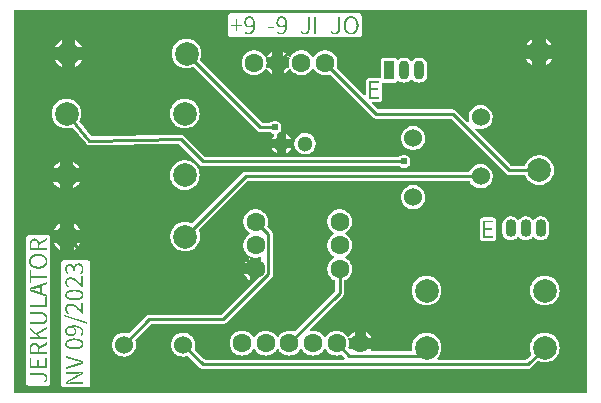
<source format=gtl>
G04 Layer: TopLayer*
G04 EasyEDA v6.5.34, 2023-09-11 20:58:26*
G04 89a12498d96e4dad869766467b3fb9f4,2c7f107921f9494b8657ce3d0c88cbd9,10*
G04 Gerber Generator version 0.2*
G04 Scale: 100 percent, Rotated: No, Reflected: No *
G04 Dimensions in millimeters *
G04 leading zeros omitted , absolute positions ,4 integer and 5 decimal *
%FSLAX45Y45*%
%MOMM*%

%ADD10C,0.2540*%
%ADD11C,1.5240*%
%ADD12C,1.3000*%
%ADD13C,1.6000*%
%ADD14O,0.8999982X1.524*%
%ADD15O,0.8999982X1.5999968*%
%ADD16R,0.9000X1.6000*%
%ADD17C,2.0000*%
%ADD18C,0.6096*%
%ADD19C,0.0101*%

%LPD*%
G36*
X736092Y8425891D02*
G01*
X732180Y8426653D01*
X728878Y8428888D01*
X726694Y8432139D01*
X725932Y8436051D01*
X725932Y11663883D01*
X726694Y11667794D01*
X728878Y11671096D01*
X732180Y11673281D01*
X736092Y11674043D01*
X5563920Y11674043D01*
X5567832Y11673281D01*
X5571083Y11671096D01*
X5573318Y11667794D01*
X5574080Y11663883D01*
X5574080Y8436051D01*
X5573318Y8432139D01*
X5571083Y8428888D01*
X5567832Y8426653D01*
X5563920Y8425891D01*
G37*

%LPC*%
G36*
X1147622Y8478520D02*
G01*
X1343609Y8478520D01*
X1349908Y8479231D01*
X1355394Y8481161D01*
X1360271Y8484209D01*
X1364386Y8488324D01*
X1367434Y8493201D01*
X1369364Y8498687D01*
X1370076Y8504986D01*
X1370076Y9526981D01*
X1369364Y9533280D01*
X1367434Y9538766D01*
X1364386Y9543643D01*
X1360271Y9547758D01*
X1355394Y9550806D01*
X1349908Y9552736D01*
X1343609Y9553448D01*
X1147622Y9553448D01*
X1141323Y9552736D01*
X1135837Y9550806D01*
X1130960Y9547758D01*
X1126845Y9543643D01*
X1123797Y9538766D01*
X1121867Y9533280D01*
X1121156Y9526981D01*
X1121156Y8504986D01*
X1121867Y8498687D01*
X1123797Y8493201D01*
X1126845Y8488324D01*
X1130960Y8484209D01*
X1135837Y8481161D01*
X1141323Y8479231D01*
G37*
G36*
X852474Y8490712D02*
G01*
X1005281Y8490712D01*
X1011580Y8491423D01*
X1017066Y8493353D01*
X1021943Y8496401D01*
X1026058Y8500516D01*
X1029106Y8505393D01*
X1031036Y8510879D01*
X1031748Y8517178D01*
X1031748Y9741357D01*
X1031036Y9747656D01*
X1029106Y9753142D01*
X1026058Y9758019D01*
X1021943Y9762134D01*
X1017066Y9765182D01*
X1011580Y9767112D01*
X1005281Y9767824D01*
X852474Y9767824D01*
X846175Y9767112D01*
X840689Y9765182D01*
X835812Y9762134D01*
X831697Y9758019D01*
X828649Y9753142D01*
X826719Y9747656D01*
X826008Y9741357D01*
X826008Y8517178D01*
X826719Y8510879D01*
X828649Y8505393D01*
X831697Y8500516D01*
X835812Y8496401D01*
X840689Y8493353D01*
X846175Y8491423D01*
G37*
G36*
X2321001Y8635085D02*
G01*
X5075783Y8635085D01*
X5083810Y8635847D01*
X5091074Y8638082D01*
X5097729Y8641638D01*
X5103926Y8646718D01*
X5154066Y8696858D01*
X5157470Y8699093D01*
X5161432Y8699855D01*
X5165394Y8698941D01*
X5171744Y8696096D01*
X5186273Y8691575D01*
X5201208Y8688832D01*
X5216398Y8687917D01*
X5231587Y8688832D01*
X5246522Y8691575D01*
X5261051Y8696096D01*
X5274919Y8702344D01*
X5287924Y8710218D01*
X5299862Y8719566D01*
X5310632Y8730335D01*
X5319979Y8742273D01*
X5327853Y8755278D01*
X5334101Y8769146D01*
X5338622Y8783675D01*
X5341366Y8798610D01*
X5342280Y8813800D01*
X5341366Y8828989D01*
X5338622Y8843924D01*
X5334101Y8858453D01*
X5327853Y8872321D01*
X5319979Y8885326D01*
X5310632Y8897264D01*
X5299862Y8908034D01*
X5287924Y8917381D01*
X5274919Y8925255D01*
X5261051Y8931503D01*
X5246522Y8936024D01*
X5231587Y8938768D01*
X5216398Y8939682D01*
X5201208Y8938768D01*
X5186273Y8936024D01*
X5171744Y8931503D01*
X5157876Y8925255D01*
X5144871Y8917381D01*
X5132933Y8908034D01*
X5122164Y8897264D01*
X5112816Y8885326D01*
X5104942Y8872321D01*
X5098694Y8858453D01*
X5094173Y8843924D01*
X5091430Y8828989D01*
X5090515Y8813800D01*
X5091430Y8798610D01*
X5094173Y8783675D01*
X5098694Y8769146D01*
X5101539Y8762796D01*
X5102453Y8758834D01*
X5101691Y8754872D01*
X5099456Y8751468D01*
X5063286Y8715298D01*
X5059984Y8713063D01*
X5056073Y8712301D01*
X4317136Y8712301D01*
X4313224Y8713063D01*
X4309973Y8715298D01*
X4307738Y8718550D01*
X4306976Y8722461D01*
X4307738Y8726322D01*
X4310634Y8730335D01*
X4319981Y8742273D01*
X4327855Y8755278D01*
X4334103Y8769146D01*
X4338624Y8783675D01*
X4341368Y8798610D01*
X4342282Y8813800D01*
X4341368Y8828989D01*
X4338624Y8843924D01*
X4334103Y8858453D01*
X4327855Y8872321D01*
X4319981Y8885326D01*
X4310634Y8897264D01*
X4299864Y8908034D01*
X4287926Y8917381D01*
X4274921Y8925255D01*
X4261053Y8931503D01*
X4246524Y8936024D01*
X4231589Y8938768D01*
X4216400Y8939682D01*
X4201210Y8938768D01*
X4186275Y8936024D01*
X4171746Y8931503D01*
X4157878Y8925255D01*
X4144873Y8917381D01*
X4132935Y8908034D01*
X4122165Y8897264D01*
X4112818Y8885326D01*
X4104944Y8872321D01*
X4098696Y8858453D01*
X4094175Y8843924D01*
X4091432Y8828989D01*
X4090517Y8813800D01*
X4091432Y8798610D01*
X4092194Y8794343D01*
X4092041Y8789924D01*
X4090009Y8786012D01*
X4086504Y8783320D01*
X4082237Y8782354D01*
X3753916Y8782354D01*
X3749649Y8783269D01*
X3746195Y8785910D01*
X3744112Y8789771D01*
X3743858Y8794089D01*
X3745992Y8798966D01*
X3749243Y8805570D01*
X3700627Y8805570D01*
X3700627Y8792514D01*
X3699865Y8788603D01*
X3697681Y8785352D01*
X3694379Y8783116D01*
X3690467Y8782354D01*
X3618128Y8782354D01*
X3614216Y8783116D01*
X3610914Y8785352D01*
X3608730Y8788603D01*
X3607968Y8792514D01*
X3607968Y8805570D01*
X3564331Y8805570D01*
X3560572Y8806281D01*
X3557320Y8808364D01*
X3555085Y8811463D01*
X3554171Y8815171D01*
X3554679Y8818981D01*
X3556558Y8824518D01*
X3559301Y8838082D01*
X3560165Y8851900D01*
X3559301Y8865717D01*
X3556558Y8879281D01*
X3554679Y8884818D01*
X3554171Y8888628D01*
X3555085Y8892336D01*
X3557320Y8895435D01*
X3560572Y8897518D01*
X3564331Y8898229D01*
X3607968Y8898229D01*
X3607968Y8946845D01*
X3601364Y8943594D01*
X3589832Y8935923D01*
X3579418Y8926779D01*
X3570274Y8916365D01*
X3562756Y8905087D01*
X3559962Y8902242D01*
X3556304Y8900718D01*
X3552291Y8900718D01*
X3548634Y8902242D01*
X3545840Y8905087D01*
X3538321Y8916365D01*
X3529177Y8926779D01*
X3518763Y8935923D01*
X3507232Y8943594D01*
X3494836Y8949740D01*
X3481679Y8954160D01*
X3468115Y8956903D01*
X3454298Y8957767D01*
X3440480Y8956903D01*
X3426917Y8954160D01*
X3413760Y8949740D01*
X3401364Y8943594D01*
X3389833Y8935923D01*
X3379419Y8926779D01*
X3370275Y8916365D01*
X3362756Y8905087D01*
X3359962Y8902242D01*
X3356305Y8900718D01*
X3352292Y8900718D01*
X3348634Y8902242D01*
X3345840Y8905087D01*
X3338322Y8916365D01*
X3329178Y8926779D01*
X3318764Y8935923D01*
X3307232Y8943594D01*
X3294837Y8949740D01*
X3281679Y8954160D01*
X3268116Y8956903D01*
X3254298Y8957767D01*
X3240125Y8956802D01*
X3235858Y8956903D01*
X3231946Y8958732D01*
X3229203Y8961983D01*
X3228035Y8966098D01*
X3228644Y8970365D01*
X3230981Y8973972D01*
X3506774Y9249765D01*
X3511854Y9255963D01*
X3515410Y9262618D01*
X3517595Y9269882D01*
X3518408Y9277908D01*
X3518408Y9375495D01*
X3519119Y9379204D01*
X3521100Y9382353D01*
X3524097Y9384639D01*
X3532733Y9388906D01*
X3544265Y9396577D01*
X3554679Y9405721D01*
X3563823Y9416135D01*
X3571494Y9427667D01*
X3577640Y9440062D01*
X3582060Y9453219D01*
X3584803Y9466783D01*
X3585667Y9480600D01*
X3584803Y9494418D01*
X3582060Y9507982D01*
X3577640Y9521139D01*
X3571494Y9533534D01*
X3563823Y9545066D01*
X3554679Y9555480D01*
X3544265Y9564624D01*
X3532987Y9572142D01*
X3530142Y9574936D01*
X3528669Y9578594D01*
X3528669Y9582607D01*
X3530142Y9586264D01*
X3532987Y9589058D01*
X3544265Y9596577D01*
X3554679Y9605721D01*
X3563823Y9616135D01*
X3571494Y9627666D01*
X3577640Y9640062D01*
X3582060Y9653219D01*
X3584803Y9666782D01*
X3585667Y9680600D01*
X3584803Y9694418D01*
X3582060Y9707981D01*
X3577640Y9721138D01*
X3571494Y9733534D01*
X3563823Y9745065D01*
X3554679Y9755479D01*
X3544265Y9764623D01*
X3532987Y9772142D01*
X3530142Y9774936D01*
X3528669Y9778593D01*
X3528669Y9782606D01*
X3530142Y9786264D01*
X3532987Y9789058D01*
X3544265Y9796576D01*
X3554679Y9805720D01*
X3563823Y9816134D01*
X3571494Y9827666D01*
X3577640Y9840061D01*
X3582060Y9853218D01*
X3584803Y9866782D01*
X3585667Y9880600D01*
X3584803Y9894417D01*
X3582060Y9907981D01*
X3577640Y9921138D01*
X3571494Y9933533D01*
X3563823Y9945065D01*
X3554679Y9955479D01*
X3544265Y9964623D01*
X3532733Y9972294D01*
X3520338Y9978440D01*
X3507181Y9982860D01*
X3493617Y9985603D01*
X3479800Y9986467D01*
X3465982Y9985603D01*
X3452418Y9982860D01*
X3439261Y9978440D01*
X3426866Y9972294D01*
X3415334Y9964623D01*
X3404920Y9955479D01*
X3395776Y9945065D01*
X3388106Y9933533D01*
X3381959Y9921138D01*
X3377539Y9907981D01*
X3374796Y9894417D01*
X3373932Y9880600D01*
X3374796Y9866782D01*
X3377539Y9853218D01*
X3381959Y9840061D01*
X3388106Y9827666D01*
X3395776Y9816134D01*
X3404920Y9805720D01*
X3415334Y9796576D01*
X3426612Y9789058D01*
X3429457Y9786264D01*
X3430981Y9782606D01*
X3430981Y9778593D01*
X3429457Y9774936D01*
X3426612Y9772142D01*
X3415334Y9764623D01*
X3404920Y9755479D01*
X3395776Y9745065D01*
X3388106Y9733534D01*
X3381959Y9721138D01*
X3377539Y9707981D01*
X3374796Y9694418D01*
X3373932Y9680600D01*
X3374796Y9666782D01*
X3377539Y9653219D01*
X3381959Y9640062D01*
X3388106Y9627666D01*
X3395776Y9616135D01*
X3404920Y9605721D01*
X3415334Y9596577D01*
X3426612Y9589058D01*
X3429457Y9586264D01*
X3430981Y9582607D01*
X3430981Y9578594D01*
X3429457Y9574936D01*
X3426612Y9572142D01*
X3415334Y9564624D01*
X3404920Y9555480D01*
X3395776Y9545066D01*
X3388106Y9533534D01*
X3381959Y9521139D01*
X3377539Y9507982D01*
X3374796Y9494418D01*
X3373932Y9480600D01*
X3374796Y9466783D01*
X3377539Y9453219D01*
X3381959Y9440062D01*
X3388106Y9427667D01*
X3395776Y9416135D01*
X3404920Y9405721D01*
X3415334Y9396577D01*
X3426866Y9388906D01*
X3435553Y9384639D01*
X3438550Y9382353D01*
X3440480Y9379204D01*
X3441192Y9375495D01*
X3441192Y9297619D01*
X3440429Y9293707D01*
X3438194Y9290405D01*
X3101289Y8953500D01*
X3098241Y8951366D01*
X3094583Y8950553D01*
X3090875Y8951061D01*
X3081680Y8954160D01*
X3068116Y8956903D01*
X3054299Y8957767D01*
X3040481Y8956903D01*
X3026918Y8954160D01*
X3013760Y8949740D01*
X3001365Y8943594D01*
X2989834Y8935923D01*
X2979420Y8926779D01*
X2970276Y8916365D01*
X2962757Y8905087D01*
X2959963Y8902242D01*
X2956306Y8900718D01*
X2952292Y8900718D01*
X2948635Y8902242D01*
X2945841Y8905087D01*
X2938322Y8916365D01*
X2929178Y8926779D01*
X2918764Y8935923D01*
X2907233Y8943594D01*
X2894838Y8949740D01*
X2881680Y8954160D01*
X2868117Y8956903D01*
X2854299Y8957767D01*
X2840482Y8956903D01*
X2826918Y8954160D01*
X2813761Y8949740D01*
X2801366Y8943594D01*
X2789834Y8935923D01*
X2779420Y8926779D01*
X2770276Y8916365D01*
X2762758Y8905087D01*
X2759964Y8902242D01*
X2756306Y8900718D01*
X2752293Y8900718D01*
X2748635Y8902242D01*
X2745841Y8905087D01*
X2738323Y8916365D01*
X2729179Y8926779D01*
X2718765Y8935923D01*
X2707233Y8943594D01*
X2694838Y8949740D01*
X2681681Y8954160D01*
X2668117Y8956903D01*
X2654300Y8957767D01*
X2640482Y8956903D01*
X2626918Y8954160D01*
X2613761Y8949740D01*
X2601366Y8943594D01*
X2589834Y8935923D01*
X2579420Y8926779D01*
X2570276Y8916365D01*
X2562606Y8904833D01*
X2556459Y8892438D01*
X2552039Y8879281D01*
X2549296Y8865717D01*
X2548432Y8851900D01*
X2549296Y8838082D01*
X2552039Y8824518D01*
X2556459Y8811361D01*
X2562606Y8798966D01*
X2570276Y8787434D01*
X2579420Y8777020D01*
X2589834Y8767876D01*
X2601366Y8760206D01*
X2613761Y8754059D01*
X2626918Y8749639D01*
X2640482Y8746896D01*
X2654300Y8746032D01*
X2668117Y8746896D01*
X2681681Y8749639D01*
X2694838Y8754059D01*
X2707233Y8760206D01*
X2718765Y8767876D01*
X2729179Y8777020D01*
X2738323Y8787434D01*
X2745841Y8798712D01*
X2748635Y8801557D01*
X2752293Y8803030D01*
X2756306Y8803030D01*
X2759964Y8801557D01*
X2762758Y8798712D01*
X2770276Y8787434D01*
X2779420Y8777020D01*
X2789834Y8767876D01*
X2801366Y8760206D01*
X2813761Y8754059D01*
X2826918Y8749639D01*
X2840482Y8746896D01*
X2854299Y8746032D01*
X2868117Y8746896D01*
X2881680Y8749639D01*
X2894838Y8754059D01*
X2907233Y8760206D01*
X2918764Y8767876D01*
X2929178Y8777020D01*
X2938322Y8787434D01*
X2945841Y8798712D01*
X2948635Y8801557D01*
X2952292Y8803030D01*
X2956306Y8803030D01*
X2959963Y8801557D01*
X2962757Y8798712D01*
X2970276Y8787434D01*
X2979420Y8777020D01*
X2989834Y8767876D01*
X3001365Y8760206D01*
X3013760Y8754059D01*
X3026918Y8749639D01*
X3040481Y8746896D01*
X3054299Y8746032D01*
X3068116Y8746896D01*
X3081680Y8749639D01*
X3094837Y8754059D01*
X3107232Y8760206D01*
X3118764Y8767876D01*
X3129178Y8777020D01*
X3138322Y8787434D01*
X3145840Y8798712D01*
X3148634Y8801557D01*
X3152292Y8803030D01*
X3156305Y8803030D01*
X3159963Y8801557D01*
X3162757Y8798712D01*
X3170275Y8787434D01*
X3179419Y8777020D01*
X3189833Y8767876D01*
X3201365Y8760206D01*
X3213760Y8754059D01*
X3226917Y8749639D01*
X3240481Y8746896D01*
X3254298Y8746032D01*
X3268116Y8746896D01*
X3281679Y8749639D01*
X3294837Y8754059D01*
X3307232Y8760206D01*
X3318764Y8767876D01*
X3329178Y8777020D01*
X3338322Y8787434D01*
X3345840Y8798712D01*
X3348634Y8801557D01*
X3352292Y8803030D01*
X3356305Y8803030D01*
X3359962Y8801557D01*
X3362756Y8798712D01*
X3370275Y8787434D01*
X3379419Y8777020D01*
X3389833Y8767876D01*
X3401364Y8760206D01*
X3413760Y8754059D01*
X3426917Y8749639D01*
X3440480Y8746896D01*
X3454298Y8746032D01*
X3468115Y8746896D01*
X3481679Y8749639D01*
X3490874Y8752738D01*
X3494582Y8753246D01*
X3498189Y8752382D01*
X3501288Y8750300D01*
X3521964Y8729624D01*
X3524148Y8726322D01*
X3524910Y8722461D01*
X3524148Y8718550D01*
X3521964Y8715298D01*
X3518662Y8713063D01*
X3514750Y8712301D01*
X2340711Y8712301D01*
X2336800Y8713063D01*
X2333498Y8715298D01*
X2253589Y8795207D01*
X2251456Y8798306D01*
X2250643Y8801963D01*
X2251202Y8805722D01*
X2253437Y8812225D01*
X2256180Y8825585D01*
X2257094Y8839200D01*
X2256180Y8852814D01*
X2253437Y8866174D01*
X2248966Y8879078D01*
X2242820Y8891219D01*
X2235098Y8902446D01*
X2225954Y8912606D01*
X2215540Y8921394D01*
X2204059Y8928709D01*
X2191664Y8934450D01*
X2178659Y8938514D01*
X2165197Y8940749D01*
X2151583Y8941206D01*
X2138019Y8939885D01*
X2124760Y8936685D01*
X2112010Y8931808D01*
X2100072Y8925255D01*
X2089099Y8917178D01*
X2079294Y8907678D01*
X2070811Y8896959D01*
X2063851Y8885224D01*
X2058568Y8872677D01*
X2054961Y8859520D01*
X2053132Y8846007D01*
X2053132Y8832392D01*
X2054961Y8818880D01*
X2058568Y8805722D01*
X2063851Y8793175D01*
X2070811Y8781440D01*
X2079294Y8770721D01*
X2089099Y8761222D01*
X2100072Y8753144D01*
X2112010Y8746591D01*
X2124760Y8741714D01*
X2138019Y8738514D01*
X2151583Y8737193D01*
X2165197Y8737650D01*
X2178659Y8739886D01*
X2188870Y8743035D01*
X2192477Y8743492D01*
X2196033Y8742629D01*
X2199030Y8740546D01*
X2292858Y8646718D01*
X2299055Y8641638D01*
X2305761Y8638082D01*
X2312974Y8635847D01*
G37*
G36*
X1651558Y8737193D02*
G01*
X1665224Y8737650D01*
X1678635Y8739886D01*
X1691690Y8743950D01*
X1704035Y8749690D01*
X1715566Y8757005D01*
X1725980Y8765794D01*
X1735124Y8775954D01*
X1742846Y8787180D01*
X1748993Y8799322D01*
X1753463Y8812225D01*
X1756156Y8825585D01*
X1757070Y8839200D01*
X1756156Y8852814D01*
X1753463Y8866174D01*
X1751177Y8872677D01*
X1750618Y8876436D01*
X1751482Y8880094D01*
X1753616Y8883192D01*
X1882495Y9012072D01*
X1885797Y9014307D01*
X1889658Y9015069D01*
X2495550Y9015069D01*
X2503576Y9015831D01*
X2510840Y9018066D01*
X2517495Y9021622D01*
X2523693Y9026702D01*
X2904540Y9407550D01*
X2909671Y9413798D01*
X2913227Y9420453D01*
X2915412Y9427667D01*
X2916224Y9435693D01*
X2916224Y9771126D01*
X2915412Y9779152D01*
X2913227Y9786366D01*
X2909671Y9793020D01*
X2904540Y9799269D01*
X2870200Y9833610D01*
X2868117Y9836708D01*
X2867253Y9840315D01*
X2867761Y9844024D01*
X2870860Y9853218D01*
X2873603Y9866782D01*
X2874467Y9880600D01*
X2873603Y9894417D01*
X2870860Y9907981D01*
X2866440Y9921138D01*
X2860294Y9933533D01*
X2852623Y9945065D01*
X2843479Y9955479D01*
X2833065Y9964623D01*
X2821533Y9972294D01*
X2809138Y9978440D01*
X2795981Y9982860D01*
X2782417Y9985603D01*
X2768600Y9986467D01*
X2754782Y9985603D01*
X2741218Y9982860D01*
X2728061Y9978440D01*
X2715666Y9972294D01*
X2704134Y9964623D01*
X2693720Y9955479D01*
X2684576Y9945065D01*
X2676906Y9933533D01*
X2670759Y9921138D01*
X2666339Y9907981D01*
X2663596Y9894417D01*
X2662732Y9880600D01*
X2663596Y9866782D01*
X2666339Y9853218D01*
X2670759Y9840061D01*
X2676906Y9827666D01*
X2684576Y9816134D01*
X2693720Y9805720D01*
X2704134Y9796576D01*
X2715412Y9789058D01*
X2718257Y9786264D01*
X2719781Y9782606D01*
X2719781Y9778593D01*
X2718257Y9774936D01*
X2715412Y9772142D01*
X2704134Y9764623D01*
X2693720Y9755479D01*
X2684576Y9745065D01*
X2676906Y9733534D01*
X2670759Y9721138D01*
X2666339Y9707981D01*
X2663596Y9694418D01*
X2662732Y9680600D01*
X2663596Y9666782D01*
X2666339Y9653219D01*
X2670759Y9640062D01*
X2676906Y9627666D01*
X2684576Y9616135D01*
X2693720Y9605721D01*
X2704134Y9596577D01*
X2715412Y9589058D01*
X2718257Y9586264D01*
X2719781Y9582607D01*
X2719781Y9578594D01*
X2718257Y9574936D01*
X2715412Y9572142D01*
X2704134Y9564624D01*
X2693720Y9555480D01*
X2684576Y9545066D01*
X2676906Y9533534D01*
X2673654Y9526930D01*
X2722270Y9526930D01*
X2722270Y9570567D01*
X2722981Y9574326D01*
X2725064Y9577578D01*
X2728163Y9579813D01*
X2731871Y9580727D01*
X2735681Y9580219D01*
X2741218Y9578340D01*
X2754782Y9575596D01*
X2768600Y9574733D01*
X2782417Y9575596D01*
X2795981Y9578340D01*
X2801518Y9580219D01*
X2805328Y9580727D01*
X2809036Y9579813D01*
X2812135Y9577578D01*
X2814218Y9574326D01*
X2814929Y9570567D01*
X2814929Y9526930D01*
X2828848Y9526930D01*
X2832709Y9526168D01*
X2836011Y9523984D01*
X2838196Y9520682D01*
X2839008Y9516770D01*
X2839008Y9455404D01*
X2838196Y9451543D01*
X2836011Y9448241D01*
X2824988Y9437217D01*
X2821736Y9435033D01*
X2817825Y9434271D01*
X2814929Y9434271D01*
X2814929Y9431375D01*
X2814167Y9427464D01*
X2811983Y9424212D01*
X2483053Y9095282D01*
X2479751Y9093047D01*
X2475839Y9092285D01*
X1869948Y9092285D01*
X1861921Y9091472D01*
X1854707Y9089288D01*
X1848053Y9085732D01*
X1841804Y9080601D01*
X1699056Y8937853D01*
X1696059Y8935770D01*
X1692503Y8934907D01*
X1688846Y8935313D01*
X1678635Y8938514D01*
X1665224Y8940749D01*
X1651558Y8941206D01*
X1637995Y8939885D01*
X1624736Y8936685D01*
X1612036Y8931808D01*
X1600047Y8925255D01*
X1589074Y8917178D01*
X1579270Y8907678D01*
X1570837Y8896959D01*
X1563878Y8885224D01*
X1558544Y8872677D01*
X1554937Y8859520D01*
X1553108Y8846007D01*
X1553108Y8832392D01*
X1554937Y8818880D01*
X1558544Y8805722D01*
X1563878Y8793175D01*
X1570837Y8781440D01*
X1579270Y8770721D01*
X1589074Y8761222D01*
X1600047Y8753144D01*
X1612036Y8746591D01*
X1624736Y8741714D01*
X1637995Y8738514D01*
G37*
G36*
X3700627Y8898229D02*
G01*
X3749243Y8898229D01*
X3745992Y8904833D01*
X3738321Y8916365D01*
X3729177Y8926779D01*
X3718763Y8935923D01*
X3707231Y8943594D01*
X3700627Y8946845D01*
G37*
G36*
X4216400Y9170517D02*
G01*
X4231589Y9171432D01*
X4246524Y9174175D01*
X4261053Y9178696D01*
X4274921Y9184944D01*
X4287926Y9192818D01*
X4299864Y9202166D01*
X4310634Y9212935D01*
X4319981Y9224873D01*
X4327855Y9237878D01*
X4334103Y9251746D01*
X4338624Y9266275D01*
X4341368Y9281210D01*
X4342282Y9296400D01*
X4341368Y9311589D01*
X4338624Y9326524D01*
X4334103Y9341053D01*
X4327855Y9354921D01*
X4319981Y9367926D01*
X4310634Y9379864D01*
X4299864Y9390634D01*
X4287926Y9399981D01*
X4274921Y9407855D01*
X4261053Y9414103D01*
X4246524Y9418624D01*
X4231589Y9421368D01*
X4216400Y9422282D01*
X4201210Y9421368D01*
X4186275Y9418624D01*
X4171746Y9414103D01*
X4157878Y9407855D01*
X4144873Y9399981D01*
X4132935Y9390634D01*
X4122165Y9379864D01*
X4112818Y9367926D01*
X4104944Y9354921D01*
X4098696Y9341053D01*
X4094175Y9326524D01*
X4091432Y9311589D01*
X4090517Y9296400D01*
X4091432Y9281210D01*
X4094175Y9266275D01*
X4098696Y9251746D01*
X4104944Y9237878D01*
X4112818Y9224873D01*
X4122165Y9212935D01*
X4132935Y9202166D01*
X4144873Y9192818D01*
X4157878Y9184944D01*
X4171746Y9178696D01*
X4186275Y9174175D01*
X4201210Y9171432D01*
G37*
G36*
X5216398Y9170517D02*
G01*
X5231587Y9171432D01*
X5246522Y9174175D01*
X5261051Y9178696D01*
X5274919Y9184944D01*
X5287924Y9192818D01*
X5299862Y9202166D01*
X5310632Y9212935D01*
X5319979Y9224873D01*
X5327853Y9237878D01*
X5334101Y9251746D01*
X5338622Y9266275D01*
X5341366Y9281210D01*
X5342280Y9296400D01*
X5341366Y9311589D01*
X5338622Y9326524D01*
X5334101Y9341053D01*
X5327853Y9354921D01*
X5319979Y9367926D01*
X5310632Y9379864D01*
X5299862Y9390634D01*
X5287924Y9399981D01*
X5274919Y9407855D01*
X5261051Y9414103D01*
X5246522Y9418624D01*
X5231587Y9421368D01*
X5216398Y9422282D01*
X5201208Y9421368D01*
X5186273Y9418624D01*
X5171744Y9414103D01*
X5157876Y9407855D01*
X5144871Y9399981D01*
X5132933Y9390634D01*
X5122164Y9379864D01*
X5112816Y9367926D01*
X5104942Y9354921D01*
X5098694Y9341053D01*
X5094173Y9326524D01*
X5091430Y9311589D01*
X5090515Y9296400D01*
X5091430Y9281210D01*
X5094173Y9266275D01*
X5098694Y9251746D01*
X5104942Y9237878D01*
X5112816Y9224873D01*
X5122164Y9212935D01*
X5132933Y9202166D01*
X5144871Y9192818D01*
X5157876Y9184944D01*
X5171744Y9178696D01*
X5186273Y9174175D01*
X5201208Y9171432D01*
G37*
G36*
X2722270Y9385655D02*
G01*
X2722270Y9434271D01*
X2673654Y9434271D01*
X2676906Y9427667D01*
X2684576Y9416135D01*
X2693720Y9405721D01*
X2704134Y9396577D01*
X2715666Y9388906D01*
G37*
G36*
X2171700Y9627717D02*
G01*
X2186889Y9628632D01*
X2201824Y9631375D01*
X2216353Y9635896D01*
X2230221Y9642144D01*
X2243226Y9650018D01*
X2255164Y9659366D01*
X2265934Y9670135D01*
X2275281Y9682073D01*
X2283155Y9695078D01*
X2289403Y9708946D01*
X2293924Y9723475D01*
X2296668Y9738410D01*
X2297582Y9753600D01*
X2296668Y9768789D01*
X2293924Y9783724D01*
X2289403Y9798253D01*
X2286558Y9804603D01*
X2285644Y9808565D01*
X2286406Y9812528D01*
X2288641Y9815931D01*
X2696718Y10224008D01*
X2700020Y10226243D01*
X2703931Y10227005D01*
X4572558Y10227005D01*
X4576114Y10226344D01*
X4579213Y10224516D01*
X4581499Y10221722D01*
X4587544Y10210647D01*
X4595622Y10199674D01*
X4605121Y10189870D01*
X4615840Y10181437D01*
X4627575Y10174478D01*
X4640122Y10169144D01*
X4653280Y10165537D01*
X4666792Y10163708D01*
X4680407Y10163708D01*
X4693920Y10165537D01*
X4707077Y10169144D01*
X4719624Y10174478D01*
X4731359Y10181437D01*
X4742078Y10189870D01*
X4751578Y10199674D01*
X4759655Y10210647D01*
X4766208Y10222636D01*
X4771085Y10235336D01*
X4774285Y10248595D01*
X4775606Y10262158D01*
X4775149Y10275824D01*
X4772914Y10289235D01*
X4768850Y10302290D01*
X4763109Y10314635D01*
X4755794Y10326166D01*
X4747006Y10336580D01*
X4736846Y10345724D01*
X4725619Y10353446D01*
X4713478Y10359593D01*
X4700574Y10364063D01*
X4687214Y10366756D01*
X4673600Y10367670D01*
X4659985Y10366756D01*
X4646625Y10364063D01*
X4633722Y10359593D01*
X4621580Y10353446D01*
X4610354Y10345724D01*
X4600194Y10336580D01*
X4591405Y10326166D01*
X4584090Y10314635D01*
X4581956Y10310114D01*
X4579721Y10307015D01*
X4576521Y10304932D01*
X4572762Y10304221D01*
X2684221Y10304221D01*
X2676194Y10303408D01*
X2668981Y10301224D01*
X2662275Y10297668D01*
X2656078Y10292537D01*
X2234031Y9870541D01*
X2230628Y9868306D01*
X2226665Y9867544D01*
X2222703Y9868458D01*
X2216353Y9871303D01*
X2201824Y9875824D01*
X2186889Y9878568D01*
X2171700Y9879482D01*
X2156510Y9878568D01*
X2141575Y9875824D01*
X2127046Y9871303D01*
X2113178Y9865055D01*
X2100173Y9857181D01*
X2088235Y9847834D01*
X2077466Y9837064D01*
X2068118Y9825126D01*
X2060244Y9812121D01*
X2053996Y9798253D01*
X2049475Y9783724D01*
X2046732Y9768789D01*
X2045817Y9753600D01*
X2046732Y9738410D01*
X2049475Y9723475D01*
X2053996Y9708946D01*
X2060244Y9695078D01*
X2068118Y9682073D01*
X2077466Y9670135D01*
X2088235Y9659366D01*
X2100173Y9650018D01*
X2113178Y9642144D01*
X2127046Y9635896D01*
X2141575Y9631375D01*
X2156510Y9628632D01*
G37*
G36*
X1228039Y9641179D02*
G01*
X1230223Y9642144D01*
X1243228Y9650018D01*
X1255166Y9659366D01*
X1265936Y9670135D01*
X1275283Y9682073D01*
X1283157Y9695078D01*
X1284122Y9697262D01*
X1228039Y9697262D01*
G37*
G36*
X1115364Y9641179D02*
G01*
X1115364Y9697262D01*
X1059281Y9697262D01*
X1060246Y9695078D01*
X1068120Y9682073D01*
X1077468Y9670135D01*
X1088237Y9659366D01*
X1100175Y9650018D01*
X1113180Y9642144D01*
G37*
G36*
X4694986Y9714992D02*
G01*
X4780737Y9714992D01*
X4787036Y9715703D01*
X4792522Y9717633D01*
X4797399Y9720681D01*
X4801514Y9724796D01*
X4804562Y9729673D01*
X4806492Y9735159D01*
X4807204Y9741458D01*
X4807204Y9889185D01*
X4806492Y9895484D01*
X4804562Y9900970D01*
X4801514Y9905847D01*
X4797399Y9909962D01*
X4792522Y9913010D01*
X4787036Y9914940D01*
X4780737Y9915652D01*
X4694986Y9915652D01*
X4688687Y9914940D01*
X4683201Y9913010D01*
X4678324Y9909962D01*
X4674209Y9905847D01*
X4671161Y9900970D01*
X4669231Y9895484D01*
X4668520Y9889185D01*
X4668520Y9741458D01*
X4669231Y9735159D01*
X4671161Y9729673D01*
X4674209Y9724796D01*
X4678324Y9720681D01*
X4683201Y9717633D01*
X4688687Y9715703D01*
G37*
G36*
X4927600Y9722510D02*
G01*
X4938674Y9723374D01*
X4949494Y9726015D01*
X4959756Y9730232D01*
X4969256Y9736074D01*
X4977739Y9743287D01*
X4983378Y9749891D01*
X4986832Y9752533D01*
X4991100Y9753447D01*
X4995367Y9752533D01*
X4998821Y9749891D01*
X5004460Y9743287D01*
X5012944Y9736074D01*
X5022443Y9730232D01*
X5032705Y9726015D01*
X5043525Y9723374D01*
X5054600Y9722510D01*
X5065674Y9723374D01*
X5076494Y9726015D01*
X5086756Y9730232D01*
X5096256Y9736074D01*
X5104739Y9743287D01*
X5110378Y9749891D01*
X5113832Y9752533D01*
X5118100Y9753447D01*
X5122367Y9752533D01*
X5125821Y9749891D01*
X5131460Y9743287D01*
X5139944Y9736074D01*
X5149443Y9730232D01*
X5159705Y9726015D01*
X5170525Y9723374D01*
X5181600Y9722510D01*
X5192674Y9723374D01*
X5203494Y9726015D01*
X5213756Y9730232D01*
X5223256Y9736074D01*
X5231739Y9743287D01*
X5238953Y9751720D01*
X5244744Y9761220D01*
X5249011Y9771481D01*
X5251602Y9782302D01*
X5252516Y9793782D01*
X5252516Y9855403D01*
X5251602Y9866884D01*
X5249011Y9877704D01*
X5244744Y9887966D01*
X5238953Y9897465D01*
X5231739Y9905898D01*
X5223256Y9913162D01*
X5213756Y9918954D01*
X5203494Y9923221D01*
X5192674Y9925812D01*
X5181600Y9926675D01*
X5170525Y9925812D01*
X5159705Y9923221D01*
X5149443Y9918954D01*
X5139944Y9913162D01*
X5131460Y9905898D01*
X5125821Y9899294D01*
X5122367Y9896652D01*
X5118100Y9895738D01*
X5113832Y9896652D01*
X5110378Y9899294D01*
X5104739Y9905898D01*
X5096256Y9913162D01*
X5086756Y9918954D01*
X5076494Y9923221D01*
X5065674Y9925812D01*
X5054600Y9926675D01*
X5043525Y9925812D01*
X5032705Y9923221D01*
X5022443Y9918954D01*
X5012944Y9913162D01*
X5004460Y9905898D01*
X4998821Y9899294D01*
X4995367Y9896652D01*
X4991100Y9895738D01*
X4986832Y9896652D01*
X4983378Y9899294D01*
X4977739Y9905898D01*
X4969256Y9913162D01*
X4959756Y9918954D01*
X4949494Y9923221D01*
X4938674Y9925812D01*
X4927600Y9926675D01*
X4916525Y9925812D01*
X4905705Y9923221D01*
X4895443Y9918954D01*
X4885944Y9913162D01*
X4877460Y9905898D01*
X4870246Y9897465D01*
X4864455Y9887966D01*
X4860188Y9877704D01*
X4857597Y9866884D01*
X4856683Y9855403D01*
X4856683Y9793782D01*
X4857597Y9782302D01*
X4860188Y9771481D01*
X4864455Y9761220D01*
X4870246Y9751720D01*
X4877460Y9743287D01*
X4885944Y9736074D01*
X4895443Y9730232D01*
X4905705Y9726015D01*
X4916525Y9723374D01*
G37*
G36*
X1228039Y9809937D02*
G01*
X1284122Y9809937D01*
X1283157Y9812121D01*
X1275283Y9825126D01*
X1265936Y9837064D01*
X1255166Y9847834D01*
X1243228Y9857181D01*
X1230223Y9865055D01*
X1228039Y9866020D01*
G37*
G36*
X1059281Y9809937D02*
G01*
X1115364Y9809937D01*
X1115364Y9866020D01*
X1113180Y9865055D01*
X1100175Y9857181D01*
X1088237Y9847834D01*
X1077468Y9837064D01*
X1068120Y9825126D01*
X1060246Y9812121D01*
G37*
G36*
X4095292Y9985908D02*
G01*
X4108907Y9985908D01*
X4122420Y9987737D01*
X4135577Y9991344D01*
X4148124Y9996678D01*
X4159859Y10003637D01*
X4170578Y10012070D01*
X4180078Y10021874D01*
X4188155Y10032847D01*
X4194708Y10044836D01*
X4199585Y10057536D01*
X4202785Y10070795D01*
X4204106Y10084358D01*
X4203649Y10098024D01*
X4201414Y10111435D01*
X4197350Y10124490D01*
X4191609Y10136835D01*
X4184294Y10148366D01*
X4175506Y10158780D01*
X4165346Y10167924D01*
X4154119Y10175646D01*
X4141978Y10181793D01*
X4129074Y10186263D01*
X4115714Y10188956D01*
X4102100Y10189870D01*
X4088485Y10188956D01*
X4075125Y10186263D01*
X4062222Y10181793D01*
X4050080Y10175646D01*
X4038854Y10167924D01*
X4028694Y10158780D01*
X4019905Y10148366D01*
X4012590Y10136835D01*
X4006850Y10124490D01*
X4002786Y10111435D01*
X4000550Y10098024D01*
X4000093Y10084358D01*
X4001414Y10070795D01*
X4004614Y10057536D01*
X4009491Y10044836D01*
X4016044Y10032847D01*
X4024122Y10021874D01*
X4033621Y10012070D01*
X4044340Y10003637D01*
X4056075Y9996678D01*
X4068622Y9991344D01*
X4081779Y9987737D01*
G37*
G36*
X2168398Y10148417D02*
G01*
X2183587Y10149332D01*
X2198522Y10152075D01*
X2213051Y10156596D01*
X2226919Y10162844D01*
X2239924Y10170718D01*
X2251862Y10180066D01*
X2262632Y10190835D01*
X2271979Y10202773D01*
X2279853Y10215778D01*
X2286101Y10229646D01*
X2290622Y10244175D01*
X2293366Y10259110D01*
X2294280Y10274300D01*
X2293366Y10289489D01*
X2290622Y10304424D01*
X2286101Y10318953D01*
X2279853Y10332821D01*
X2271979Y10345826D01*
X2262632Y10357764D01*
X2251862Y10368534D01*
X2239924Y10377881D01*
X2226919Y10385755D01*
X2213051Y10392003D01*
X2198522Y10396524D01*
X2183587Y10399268D01*
X2168398Y10400182D01*
X2153208Y10399268D01*
X2138273Y10396524D01*
X2123744Y10392003D01*
X2109876Y10385755D01*
X2096871Y10377881D01*
X2084933Y10368534D01*
X2074164Y10357764D01*
X2064816Y10345826D01*
X2056942Y10332821D01*
X2050694Y10318953D01*
X2046173Y10304424D01*
X2043430Y10289489D01*
X2042515Y10274300D01*
X2043430Y10259110D01*
X2046173Y10244175D01*
X2050694Y10229646D01*
X2056942Y10215778D01*
X2064816Y10202773D01*
X2074164Y10190835D01*
X2084933Y10180066D01*
X2096871Y10170718D01*
X2109876Y10162844D01*
X2123744Y10156596D01*
X2138273Y10152075D01*
X2153208Y10149332D01*
G37*
G36*
X1112062Y10161879D02*
G01*
X1112062Y10217962D01*
X1055979Y10217962D01*
X1056944Y10215778D01*
X1064818Y10202773D01*
X1074166Y10190835D01*
X1084935Y10180066D01*
X1096873Y10170718D01*
X1109878Y10162844D01*
G37*
G36*
X1224737Y10161879D02*
G01*
X1226921Y10162844D01*
X1239926Y10170718D01*
X1251864Y10180066D01*
X1262634Y10190835D01*
X1271981Y10202773D01*
X1279855Y10215778D01*
X1280820Y10217962D01*
X1224737Y10217962D01*
G37*
G36*
X5168900Y10189819D02*
G01*
X5184089Y10190734D01*
X5199024Y10193477D01*
X5213553Y10197998D01*
X5227421Y10204246D01*
X5240426Y10212120D01*
X5252364Y10221468D01*
X5263134Y10232237D01*
X5272481Y10244175D01*
X5280355Y10257180D01*
X5286603Y10271048D01*
X5291124Y10285577D01*
X5293868Y10300512D01*
X5294782Y10315702D01*
X5293868Y10330891D01*
X5291124Y10345826D01*
X5286603Y10360355D01*
X5280355Y10374223D01*
X5272481Y10387228D01*
X5263134Y10399166D01*
X5252364Y10409936D01*
X5240426Y10419283D01*
X5227421Y10427157D01*
X5213553Y10433405D01*
X5199024Y10437926D01*
X5184089Y10440670D01*
X5168900Y10441584D01*
X5153710Y10440670D01*
X5138775Y10437926D01*
X5124246Y10433405D01*
X5110378Y10427157D01*
X5097373Y10419283D01*
X5085435Y10409936D01*
X5074666Y10399166D01*
X5065318Y10387228D01*
X5057444Y10374223D01*
X5051196Y10360304D01*
X5048961Y10357154D01*
X5045710Y10355021D01*
X5041900Y10354310D01*
X4933035Y10354310D01*
X4929174Y10355072D01*
X4925872Y10357307D01*
X4631232Y10651896D01*
X4628896Y10655604D01*
X4628337Y10659973D01*
X4629658Y10664190D01*
X4632655Y10667441D01*
X4636719Y10669066D01*
X4641138Y10668863D01*
X4653280Y10665561D01*
X4666792Y10663732D01*
X4680407Y10663732D01*
X4693920Y10665561D01*
X4707077Y10669168D01*
X4719624Y10674451D01*
X4731359Y10681411D01*
X4742078Y10689894D01*
X4751578Y10699699D01*
X4759655Y10710672D01*
X4766208Y10722610D01*
X4771085Y10735360D01*
X4774285Y10748619D01*
X4775606Y10762183D01*
X4775149Y10775797D01*
X4772914Y10789259D01*
X4768850Y10802264D01*
X4763109Y10814659D01*
X4755794Y10826140D01*
X4747006Y10836554D01*
X4736846Y10845698D01*
X4725619Y10853420D01*
X4713478Y10859566D01*
X4700574Y10864037D01*
X4687214Y10866780D01*
X4673600Y10867694D01*
X4659985Y10866780D01*
X4646625Y10864037D01*
X4633722Y10859566D01*
X4621580Y10853420D01*
X4610354Y10845698D01*
X4600194Y10836554D01*
X4591405Y10826140D01*
X4584090Y10814659D01*
X4578350Y10802264D01*
X4574286Y10789259D01*
X4572050Y10775797D01*
X4571593Y10762183D01*
X4572914Y10748619D01*
X4577283Y10730179D01*
X4576419Y10726318D01*
X4574184Y10723118D01*
X4570882Y10720984D01*
X4567021Y10720222D01*
X4563211Y10721035D01*
X4559909Y10723219D01*
X4464304Y10818825D01*
X4458055Y10823956D01*
X4451400Y10827512D01*
X4444187Y10829696D01*
X4436160Y10830509D01*
X3811015Y10830509D01*
X3807104Y10831271D01*
X3803802Y10833506D01*
X3758539Y10878769D01*
X3756355Y10882020D01*
X3755593Y10885932D01*
X3756355Y10889843D01*
X3758539Y10893094D01*
X3761841Y10895330D01*
X3765753Y10896092D01*
X3815537Y10896092D01*
X3821836Y10896803D01*
X3827322Y10898733D01*
X3832199Y10901781D01*
X3836314Y10905896D01*
X3839362Y10910773D01*
X3841292Y10916259D01*
X3842004Y10922558D01*
X3842004Y11047425D01*
X3842867Y11051590D01*
X3845407Y11054994D01*
X3849065Y11057128D01*
X3854450Y11057382D01*
X3943350Y11057382D01*
X3949649Y11058093D01*
X3955135Y11060023D01*
X3960012Y11063071D01*
X3964127Y11067186D01*
X3966413Y11070894D01*
X3969461Y11073942D01*
X3973474Y11075517D01*
X3977792Y11075263D01*
X3981602Y11073180D01*
X3984244Y11070945D01*
X3993743Y11065154D01*
X4004005Y11060887D01*
X4014825Y11058296D01*
X4025900Y11057432D01*
X4036974Y11058296D01*
X4047794Y11060887D01*
X4058056Y11065154D01*
X4067556Y11070945D01*
X4076039Y11078159D01*
X4081678Y11084814D01*
X4085132Y11087455D01*
X4089400Y11088370D01*
X4093667Y11087455D01*
X4097121Y11084814D01*
X4102760Y11078159D01*
X4111244Y11070945D01*
X4120743Y11065154D01*
X4131005Y11060887D01*
X4141825Y11058296D01*
X4152900Y11057432D01*
X4163974Y11058296D01*
X4174794Y11060887D01*
X4185056Y11065154D01*
X4194556Y11070945D01*
X4203039Y11078159D01*
X4210253Y11086642D01*
X4216044Y11096142D01*
X4220311Y11106404D01*
X4222902Y11117224D01*
X4223816Y11128705D01*
X4223816Y11197894D01*
X4222902Y11209375D01*
X4220311Y11220196D01*
X4216044Y11230457D01*
X4210253Y11239957D01*
X4203039Y11248440D01*
X4194556Y11255654D01*
X4185056Y11261445D01*
X4174794Y11265712D01*
X4163974Y11268303D01*
X4152900Y11269167D01*
X4141825Y11268303D01*
X4131005Y11265712D01*
X4120743Y11261445D01*
X4111244Y11255654D01*
X4102760Y11248440D01*
X4097121Y11241786D01*
X4093667Y11239144D01*
X4089400Y11238230D01*
X4085132Y11239144D01*
X4081678Y11241786D01*
X4076039Y11248440D01*
X4067556Y11255654D01*
X4058056Y11261445D01*
X4047794Y11265712D01*
X4036974Y11268303D01*
X4025900Y11269167D01*
X4014825Y11268303D01*
X4004005Y11265712D01*
X3993743Y11261445D01*
X3984244Y11255654D01*
X3981602Y11253419D01*
X3977792Y11251336D01*
X3973474Y11251082D01*
X3969461Y11252657D01*
X3966413Y11255705D01*
X3964127Y11259413D01*
X3960012Y11263528D01*
X3955135Y11266576D01*
X3949649Y11268506D01*
X3943350Y11269218D01*
X3854450Y11269218D01*
X3848150Y11268506D01*
X3842664Y11266576D01*
X3837787Y11263528D01*
X3833672Y11259413D01*
X3830624Y11254536D01*
X3828694Y11249050D01*
X3827983Y11242751D01*
X3827983Y11106708D01*
X3827119Y11102543D01*
X3824579Y11099139D01*
X3820922Y11097056D01*
X3815537Y11096752D01*
X3729786Y11096752D01*
X3723487Y11096040D01*
X3718001Y11094110D01*
X3713124Y11091062D01*
X3709009Y11086947D01*
X3705961Y11082070D01*
X3704031Y11076584D01*
X3703320Y11070285D01*
X3703320Y10958525D01*
X3702558Y10954613D01*
X3700322Y10951311D01*
X3697071Y10949127D01*
X3693160Y10948365D01*
X3689248Y10949127D01*
X3685997Y10951311D01*
X3457498Y11179810D01*
X3455415Y11182908D01*
X3454552Y11186515D01*
X3455060Y11190224D01*
X3458159Y11199418D01*
X3460902Y11212982D01*
X3461765Y11226800D01*
X3460902Y11240617D01*
X3458159Y11254181D01*
X3453739Y11267338D01*
X3447592Y11279733D01*
X3439922Y11291265D01*
X3430778Y11301679D01*
X3420364Y11310823D01*
X3408832Y11318494D01*
X3396437Y11324640D01*
X3383279Y11329060D01*
X3369716Y11331803D01*
X3355898Y11332667D01*
X3342081Y11331803D01*
X3328517Y11329060D01*
X3315360Y11324640D01*
X3302965Y11318494D01*
X3291433Y11310823D01*
X3281019Y11301679D01*
X3271875Y11291265D01*
X3264357Y11279987D01*
X3261563Y11277142D01*
X3257905Y11275618D01*
X3253892Y11275618D01*
X3250234Y11277142D01*
X3247440Y11279987D01*
X3239922Y11291265D01*
X3230778Y11301679D01*
X3220364Y11310823D01*
X3208832Y11318494D01*
X3196437Y11324640D01*
X3183280Y11329060D01*
X3169716Y11331803D01*
X3155899Y11332667D01*
X3142081Y11331803D01*
X3128518Y11329060D01*
X3115360Y11324640D01*
X3102965Y11318494D01*
X3091434Y11310823D01*
X3081020Y11301679D01*
X3071876Y11291265D01*
X3064357Y11279987D01*
X3061563Y11277142D01*
X3057906Y11275618D01*
X3053892Y11275618D01*
X3050235Y11277142D01*
X3047441Y11279987D01*
X3039922Y11291265D01*
X3030778Y11301679D01*
X3020364Y11310823D01*
X3008833Y11318494D01*
X3002229Y11321745D01*
X3002229Y11273129D01*
X3045866Y11273129D01*
X3049625Y11272418D01*
X3052876Y11270335D01*
X3055112Y11267236D01*
X3056026Y11263528D01*
X3055518Y11259718D01*
X3053638Y11254181D01*
X3050895Y11240617D01*
X3050032Y11226800D01*
X3050895Y11212982D01*
X3053638Y11199418D01*
X3055518Y11193881D01*
X3056026Y11190071D01*
X3055112Y11186363D01*
X3052876Y11183264D01*
X3049625Y11181181D01*
X3045866Y11180470D01*
X3002229Y11180470D01*
X3002229Y11131854D01*
X3008833Y11135106D01*
X3020364Y11142776D01*
X3030778Y11151920D01*
X3039922Y11162334D01*
X3047441Y11173612D01*
X3050235Y11176457D01*
X3053892Y11177930D01*
X3057906Y11177930D01*
X3061563Y11176457D01*
X3064357Y11173612D01*
X3071876Y11162334D01*
X3081020Y11151920D01*
X3091434Y11142776D01*
X3102965Y11135106D01*
X3115360Y11128959D01*
X3128518Y11124539D01*
X3142081Y11121796D01*
X3155899Y11120932D01*
X3169716Y11121796D01*
X3183280Y11124539D01*
X3196437Y11128959D01*
X3208832Y11135106D01*
X3220364Y11142776D01*
X3230778Y11151920D01*
X3239922Y11162334D01*
X3247440Y11173612D01*
X3250234Y11176457D01*
X3253892Y11177930D01*
X3257905Y11177930D01*
X3261563Y11176457D01*
X3264357Y11173612D01*
X3271875Y11162334D01*
X3281019Y11151920D01*
X3291433Y11142776D01*
X3302965Y11135106D01*
X3315360Y11128959D01*
X3328517Y11124539D01*
X3342081Y11121796D01*
X3355898Y11120932D01*
X3369716Y11121796D01*
X3383279Y11124539D01*
X3392474Y11127638D01*
X3396183Y11128146D01*
X3399790Y11127282D01*
X3402888Y11125200D01*
X3763162Y10764926D01*
X3769360Y10759846D01*
X3776065Y10756290D01*
X3783279Y10754055D01*
X3791305Y10753293D01*
X4416450Y10753293D01*
X4420311Y10752531D01*
X4423613Y10750296D01*
X4885182Y10288727D01*
X4891430Y10283647D01*
X4898085Y10280091D01*
X4905298Y10277856D01*
X4913325Y10277094D01*
X5041900Y10277094D01*
X5045710Y10276332D01*
X5048961Y10274249D01*
X5051196Y10271099D01*
X5057444Y10257180D01*
X5065318Y10244175D01*
X5074666Y10232237D01*
X5085435Y10221468D01*
X5097373Y10212120D01*
X5110378Y10204246D01*
X5124246Y10197998D01*
X5138775Y10193477D01*
X5153710Y10190734D01*
G37*
G36*
X1055979Y10330637D02*
G01*
X1112062Y10330637D01*
X1112062Y10386720D01*
X1109878Y10385755D01*
X1096873Y10377881D01*
X1084935Y10368534D01*
X1074166Y10357764D01*
X1064818Y10345826D01*
X1056944Y10332821D01*
G37*
G36*
X1224737Y10330637D02*
G01*
X1280820Y10330637D01*
X1279855Y10332821D01*
X1271981Y10345826D01*
X1262634Y10357764D01*
X1251864Y10368534D01*
X1239926Y10377881D01*
X1226921Y10385755D01*
X1224737Y10386720D01*
G37*
G36*
X4023817Y10334091D02*
G01*
X4033621Y10334955D01*
X4043070Y10337495D01*
X4052011Y10341610D01*
X4060037Y10347248D01*
X4066997Y10354208D01*
X4072636Y10362234D01*
X4076750Y10371175D01*
X4079290Y10380624D01*
X4080154Y10390428D01*
X4079290Y10400233D01*
X4076750Y10409682D01*
X4072636Y10418622D01*
X4066997Y10426649D01*
X4060037Y10433608D01*
X4052011Y10439247D01*
X4043070Y10443362D01*
X4033621Y10445902D01*
X4023817Y10446766D01*
X4014012Y10445902D01*
X4004564Y10443362D01*
X3995623Y10439247D01*
X3987596Y10433608D01*
X3985971Y10431983D01*
X3982669Y10429748D01*
X3978808Y10428986D01*
X2342540Y10428986D01*
X2338628Y10429748D01*
X2335326Y10431983D01*
X2161235Y10606024D01*
X2155037Y10611154D01*
X2148332Y10614710D01*
X2141169Y10616895D01*
X2132431Y10617708D01*
X1381607Y10605363D01*
X1377188Y10606328D01*
X1373632Y10609021D01*
X1279245Y10722254D01*
X1277315Y10725962D01*
X1277010Y10730077D01*
X1278382Y10734040D01*
X1279855Y10736478D01*
X1286103Y10750346D01*
X1290624Y10764875D01*
X1293368Y10779810D01*
X1294282Y10795000D01*
X1293368Y10810189D01*
X1290624Y10825124D01*
X1286103Y10839653D01*
X1279855Y10853521D01*
X1271981Y10866526D01*
X1262634Y10878464D01*
X1251864Y10889234D01*
X1239926Y10898581D01*
X1226921Y10906455D01*
X1213053Y10912703D01*
X1198524Y10917224D01*
X1183589Y10919968D01*
X1168400Y10920882D01*
X1153210Y10919968D01*
X1138275Y10917224D01*
X1123746Y10912703D01*
X1109878Y10906455D01*
X1096873Y10898581D01*
X1084935Y10889234D01*
X1074166Y10878464D01*
X1064818Y10866526D01*
X1056944Y10853521D01*
X1050696Y10839653D01*
X1046175Y10825124D01*
X1043432Y10810189D01*
X1042517Y10795000D01*
X1043432Y10779810D01*
X1046175Y10764875D01*
X1050696Y10750346D01*
X1056944Y10736478D01*
X1064818Y10723473D01*
X1074166Y10711535D01*
X1084935Y10700766D01*
X1096873Y10691418D01*
X1109878Y10683544D01*
X1123746Y10677296D01*
X1138275Y10672775D01*
X1153210Y10670032D01*
X1168400Y10669117D01*
X1183589Y10670032D01*
X1198524Y10672775D01*
X1209090Y10676077D01*
X1213053Y10676483D01*
X1216863Y10675366D01*
X1219911Y10672876D01*
X1329080Y10541914D01*
X1332077Y10538612D01*
X1334617Y10536428D01*
X1338021Y10533938D01*
X1340916Y10532262D01*
X1344777Y10530484D01*
X1347927Y10529417D01*
X1352042Y10528401D01*
X1355344Y10527944D01*
X1359814Y10527792D01*
X2113584Y10540136D01*
X2117547Y10539425D01*
X2120900Y10537190D01*
X2294686Y10363454D01*
X2300884Y10358323D01*
X2307590Y10354767D01*
X2314803Y10352582D01*
X2322830Y10351770D01*
X3978859Y10351770D01*
X3982770Y10351008D01*
X3986072Y10348772D01*
X3987596Y10347248D01*
X3995623Y10341610D01*
X4004564Y10337495D01*
X4014012Y10334955D01*
G37*
G36*
X3182924Y10450169D02*
G01*
X3195624Y10450626D01*
X3208070Y10452811D01*
X3220161Y10456722D01*
X3231540Y10462310D01*
X3242056Y10469372D01*
X3251453Y10477855D01*
X3259632Y10487558D01*
X3266338Y10498328D01*
X3271520Y10509910D01*
X3274974Y10522102D01*
X3276752Y10534650D01*
X3276752Y10547350D01*
X3274974Y10559897D01*
X3271520Y10572089D01*
X3266338Y10583672D01*
X3259632Y10594441D01*
X3251453Y10604144D01*
X3242056Y10612628D01*
X3231540Y10619689D01*
X3220161Y10625277D01*
X3208070Y10629188D01*
X3195624Y10631373D01*
X3182924Y10631830D01*
X3170326Y10630509D01*
X3158032Y10627410D01*
X3146247Y10622686D01*
X3135274Y10616336D01*
X3125266Y10608564D01*
X3116478Y10599420D01*
X3109010Y10589158D01*
X3103067Y10577982D01*
X3098749Y10566044D01*
X3096056Y10553293D01*
X3095193Y10541000D01*
X3096107Y10528350D01*
X3098749Y10515955D01*
X3103067Y10504017D01*
X3109010Y10492841D01*
X3116478Y10482580D01*
X3125266Y10473436D01*
X3135274Y10465663D01*
X3146247Y10459313D01*
X3158032Y10454589D01*
X3170326Y10451490D01*
G37*
G36*
X2947263Y10458907D02*
G01*
X2947263Y10502138D01*
X2904083Y10502138D01*
X2909011Y10492841D01*
X2916478Y10482580D01*
X2925267Y10473436D01*
X2935274Y10465663D01*
X2946247Y10459313D01*
G37*
G36*
X3024936Y10459059D02*
G01*
X3031540Y10462310D01*
X3042056Y10469372D01*
X3051454Y10477855D01*
X3059633Y10487558D01*
X3066338Y10498328D01*
X3068066Y10502138D01*
X3024936Y10502138D01*
G37*
G36*
X4095292Y10485932D02*
G01*
X4108907Y10485932D01*
X4122420Y10487761D01*
X4135577Y10491368D01*
X4148124Y10496651D01*
X4159859Y10503611D01*
X4170578Y10512094D01*
X4180078Y10521899D01*
X4188155Y10532872D01*
X4194708Y10544810D01*
X4199585Y10557560D01*
X4202785Y10570819D01*
X4204106Y10584383D01*
X4203649Y10597997D01*
X4201414Y10611459D01*
X4197350Y10624464D01*
X4191609Y10636859D01*
X4184294Y10648340D01*
X4175506Y10658754D01*
X4165346Y10667898D01*
X4154119Y10675620D01*
X4141978Y10681766D01*
X4129074Y10686237D01*
X4115714Y10688980D01*
X4102100Y10689894D01*
X4088485Y10688980D01*
X4075125Y10686237D01*
X4062222Y10681766D01*
X4050080Y10675620D01*
X4038854Y10667898D01*
X4028694Y10658754D01*
X4019905Y10648340D01*
X4012590Y10636859D01*
X4006850Y10624464D01*
X4002786Y10611459D01*
X4000550Y10597997D01*
X4000093Y10584383D01*
X4001414Y10570819D01*
X4004614Y10557560D01*
X4009491Y10544810D01*
X4016044Y10532872D01*
X4024122Y10521899D01*
X4033621Y10512094D01*
X4044340Y10503611D01*
X4056075Y10496651D01*
X4068622Y10491368D01*
X4081779Y10487761D01*
G37*
G36*
X3024936Y10579862D02*
G01*
X3068066Y10579862D01*
X3066338Y10583672D01*
X3059633Y10594441D01*
X3051454Y10604144D01*
X3042056Y10612628D01*
X3031540Y10619689D01*
X3024936Y10622940D01*
G37*
G36*
X2904083Y10579862D02*
G01*
X2947263Y10579862D01*
X2947263Y10616742D01*
X2947974Y10620502D01*
X2950006Y10623702D01*
X2953105Y10625937D01*
X2960319Y10629290D01*
X2968396Y10634929D01*
X2975305Y10641888D01*
X2980944Y10649915D01*
X2985109Y10658856D01*
X2987649Y10668304D01*
X2988513Y10678109D01*
X2987649Y10687913D01*
X2985109Y10697362D01*
X2980944Y10706303D01*
X2975305Y10714329D01*
X2968396Y10721289D01*
X2960319Y10726928D01*
X2951429Y10731042D01*
X2941929Y10733582D01*
X2932176Y10734446D01*
X2922371Y10733582D01*
X2912872Y10731042D01*
X2903982Y10726928D01*
X2895955Y10721289D01*
X2894330Y10719714D01*
X2891078Y10717479D01*
X2887167Y10716717D01*
X2829509Y10716717D01*
X2825597Y10717479D01*
X2822295Y10719714D01*
X2301341Y11240668D01*
X2299106Y11244072D01*
X2298344Y11248034D01*
X2299258Y11251996D01*
X2302103Y11258346D01*
X2306624Y11272875D01*
X2309368Y11287810D01*
X2310282Y11303000D01*
X2309368Y11318189D01*
X2306624Y11333124D01*
X2302103Y11347653D01*
X2295855Y11361521D01*
X2287981Y11374526D01*
X2278634Y11386464D01*
X2267864Y11397234D01*
X2255926Y11406581D01*
X2242921Y11414455D01*
X2229053Y11420703D01*
X2214524Y11425224D01*
X2199589Y11427968D01*
X2184400Y11428882D01*
X2169210Y11427968D01*
X2154275Y11425224D01*
X2139746Y11420703D01*
X2125878Y11414455D01*
X2112873Y11406581D01*
X2100935Y11397234D01*
X2090166Y11386464D01*
X2080818Y11374526D01*
X2072944Y11361521D01*
X2066696Y11347653D01*
X2062175Y11333124D01*
X2059432Y11318189D01*
X2058517Y11303000D01*
X2059432Y11287810D01*
X2062175Y11272875D01*
X2066696Y11258346D01*
X2072944Y11244478D01*
X2080818Y11231473D01*
X2090166Y11219535D01*
X2100935Y11208766D01*
X2112873Y11199418D01*
X2125878Y11191544D01*
X2139746Y11185296D01*
X2154275Y11180775D01*
X2169210Y11178032D01*
X2184400Y11177117D01*
X2199589Y11178032D01*
X2214524Y11180775D01*
X2229053Y11185296D01*
X2235403Y11188141D01*
X2239365Y11189055D01*
X2243328Y11188293D01*
X2246731Y11186058D01*
X2781655Y10651134D01*
X2787853Y10646054D01*
X2794558Y10642498D01*
X2801772Y10640263D01*
X2809798Y10639501D01*
X2887167Y10639501D01*
X2891078Y10638739D01*
X2894330Y10636504D01*
X2895955Y10634929D01*
X2903982Y10629290D01*
X2912872Y10625175D01*
X2918815Y10623550D01*
X2922574Y10621670D01*
X2925216Y10618419D01*
X2926334Y10614406D01*
X2925724Y10610240D01*
X2923489Y10606684D01*
X2916478Y10599420D01*
X2909011Y10589158D01*
G37*
G36*
X2168398Y10669117D02*
G01*
X2183587Y10670032D01*
X2198522Y10672775D01*
X2213051Y10677296D01*
X2226919Y10683544D01*
X2239924Y10691418D01*
X2251862Y10700766D01*
X2262632Y10711535D01*
X2271979Y10723473D01*
X2279853Y10736478D01*
X2286101Y10750346D01*
X2290622Y10764875D01*
X2293366Y10779810D01*
X2294280Y10795000D01*
X2293366Y10810189D01*
X2290622Y10825124D01*
X2286101Y10839653D01*
X2279853Y10853521D01*
X2271979Y10866526D01*
X2262632Y10878464D01*
X2251862Y10889234D01*
X2239924Y10898581D01*
X2226919Y10906455D01*
X2213051Y10912703D01*
X2198522Y10917224D01*
X2183587Y10919968D01*
X2168398Y10920882D01*
X2153208Y10919968D01*
X2138273Y10917224D01*
X2123744Y10912703D01*
X2109876Y10906455D01*
X2096871Y10898581D01*
X2084933Y10889234D01*
X2074164Y10878464D01*
X2064816Y10866526D01*
X2056942Y10853521D01*
X2050694Y10839653D01*
X2046173Y10825124D01*
X2043430Y10810189D01*
X2042515Y10795000D01*
X2043430Y10779810D01*
X2046173Y10764875D01*
X2050694Y10750346D01*
X2056942Y10736478D01*
X2064816Y10723473D01*
X2074164Y10711535D01*
X2084933Y10700766D01*
X2096871Y10691418D01*
X2109876Y10683544D01*
X2123744Y10677296D01*
X2138273Y10672775D01*
X2153208Y10670032D01*
G37*
G36*
X2755900Y11120932D02*
G01*
X2769717Y11121796D01*
X2783281Y11124539D01*
X2796438Y11128959D01*
X2808833Y11135106D01*
X2820365Y11142776D01*
X2830779Y11151920D01*
X2839923Y11162334D01*
X2847441Y11173612D01*
X2850235Y11176457D01*
X2853893Y11177930D01*
X2857906Y11177930D01*
X2861564Y11176457D01*
X2864358Y11173612D01*
X2871876Y11162334D01*
X2881020Y11151920D01*
X2891434Y11142776D01*
X2902966Y11135106D01*
X2909570Y11131854D01*
X2909570Y11180470D01*
X2865932Y11180470D01*
X2862173Y11181181D01*
X2858922Y11183264D01*
X2856687Y11186363D01*
X2855772Y11190071D01*
X2856280Y11193881D01*
X2858160Y11199418D01*
X2860903Y11212982D01*
X2861767Y11226800D01*
X2860903Y11240617D01*
X2858160Y11254181D01*
X2856280Y11259718D01*
X2855772Y11263528D01*
X2856687Y11267236D01*
X2858922Y11270335D01*
X2862173Y11272418D01*
X2865932Y11273129D01*
X2909570Y11273129D01*
X2909570Y11321745D01*
X2902966Y11318494D01*
X2891434Y11310823D01*
X2881020Y11301679D01*
X2871876Y11291265D01*
X2864358Y11279987D01*
X2861564Y11277142D01*
X2857906Y11275618D01*
X2853893Y11275618D01*
X2850235Y11277142D01*
X2847441Y11279987D01*
X2839923Y11291265D01*
X2830779Y11301679D01*
X2820365Y11310823D01*
X2808833Y11318494D01*
X2796438Y11324640D01*
X2783281Y11329060D01*
X2769717Y11331803D01*
X2755900Y11332667D01*
X2742082Y11331803D01*
X2728518Y11329060D01*
X2715361Y11324640D01*
X2702966Y11318494D01*
X2691434Y11310823D01*
X2681020Y11301679D01*
X2671876Y11291265D01*
X2664206Y11279733D01*
X2658059Y11267338D01*
X2653639Y11254181D01*
X2650896Y11240617D01*
X2650032Y11226800D01*
X2650896Y11212982D01*
X2653639Y11199418D01*
X2658059Y11186261D01*
X2664206Y11173866D01*
X2671876Y11162334D01*
X2681020Y11151920D01*
X2691434Y11142776D01*
X2702966Y11135106D01*
X2715361Y11128959D01*
X2728518Y11124539D01*
X2742082Y11121796D01*
G37*
G36*
X1240739Y11190579D02*
G01*
X1242923Y11191544D01*
X1255928Y11199418D01*
X1267866Y11208766D01*
X1278636Y11219535D01*
X1287983Y11231473D01*
X1295857Y11244478D01*
X1296822Y11246662D01*
X1240739Y11246662D01*
G37*
G36*
X1128064Y11190579D02*
G01*
X1128064Y11246662D01*
X1071981Y11246662D01*
X1072946Y11244478D01*
X1080820Y11231473D01*
X1090168Y11219535D01*
X1100937Y11208766D01*
X1112875Y11199418D01*
X1125880Y11191544D01*
G37*
G36*
X5225237Y11203279D02*
G01*
X5227421Y11204244D01*
X5240426Y11212118D01*
X5252364Y11221466D01*
X5263134Y11232235D01*
X5272481Y11244173D01*
X5280355Y11257178D01*
X5281320Y11259362D01*
X5225237Y11259362D01*
G37*
G36*
X5112562Y11203279D02*
G01*
X5112562Y11259362D01*
X5056479Y11259362D01*
X5057444Y11257178D01*
X5065318Y11244173D01*
X5074666Y11232235D01*
X5085435Y11221466D01*
X5097373Y11212118D01*
X5110378Y11204244D01*
G37*
G36*
X1240739Y11359337D02*
G01*
X1296822Y11359337D01*
X1295857Y11361521D01*
X1287983Y11374526D01*
X1278636Y11386464D01*
X1267866Y11397234D01*
X1255928Y11406581D01*
X1242923Y11414455D01*
X1240739Y11415420D01*
G37*
G36*
X1071981Y11359337D02*
G01*
X1128064Y11359337D01*
X1128064Y11415420D01*
X1125880Y11414455D01*
X1112875Y11406581D01*
X1100937Y11397234D01*
X1090168Y11386464D01*
X1080820Y11374526D01*
X1072946Y11361521D01*
G37*
G36*
X5056479Y11372037D02*
G01*
X5112562Y11372037D01*
X5112562Y11428120D01*
X5110378Y11427155D01*
X5097373Y11419281D01*
X5085435Y11409934D01*
X5074666Y11399164D01*
X5065318Y11387226D01*
X5057444Y11374221D01*
G37*
G36*
X5225237Y11372037D02*
G01*
X5281320Y11372037D01*
X5280355Y11374221D01*
X5272481Y11387226D01*
X5263134Y11399164D01*
X5252364Y11409934D01*
X5240426Y11419281D01*
X5227421Y11427155D01*
X5225237Y11428120D01*
G37*
G36*
X2560878Y11439652D02*
G01*
X3639769Y11439652D01*
X3646068Y11440363D01*
X3651554Y11442293D01*
X3656431Y11445341D01*
X3660546Y11449456D01*
X3663594Y11454333D01*
X3665524Y11459819D01*
X3666236Y11466118D01*
X3666236Y11618925D01*
X3665524Y11625224D01*
X3663594Y11630710D01*
X3660546Y11635587D01*
X3656431Y11639702D01*
X3651554Y11642750D01*
X3646068Y11644680D01*
X3639769Y11645392D01*
X2560878Y11645392D01*
X2554579Y11644680D01*
X2549093Y11642750D01*
X2544216Y11639702D01*
X2540101Y11635587D01*
X2537053Y11630710D01*
X2535123Y11625224D01*
X2534412Y11618925D01*
X2534412Y11466118D01*
X2535123Y11459819D01*
X2537053Y11454333D01*
X2540101Y11449456D01*
X2544216Y11445341D01*
X2549093Y11442293D01*
X2554579Y11440363D01*
G37*

%LPD*%
G36*
X1003300Y9741916D02*
G01*
X937514Y9703308D01*
X936142Y9708438D01*
X934364Y9713163D01*
X932230Y9717582D01*
X929741Y9721646D01*
X926896Y9725253D01*
X923645Y9728504D01*
X919987Y9731248D01*
X915974Y9733584D01*
X911555Y9735413D01*
X906729Y9736734D01*
X901496Y9737598D01*
X895858Y9737852D01*
X888644Y9737394D01*
X882192Y9736175D01*
X876553Y9734092D01*
X871575Y9731248D01*
X867308Y9727742D01*
X863752Y9723526D01*
X860755Y9718700D01*
X858418Y9713264D01*
X856640Y9707321D01*
X855421Y9700818D01*
X854710Y9693910D01*
X854456Y9686544D01*
X854456Y9657842D01*
X868171Y9657842D01*
X868171Y9684004D01*
X868527Y9692436D01*
X869645Y9699853D01*
X871575Y9706254D01*
X874369Y9711486D01*
X878179Y9715652D01*
X882954Y9718649D01*
X888847Y9720478D01*
X895858Y9721088D01*
X902817Y9720478D01*
X908812Y9718649D01*
X913892Y9715652D01*
X918006Y9711486D01*
X921207Y9706254D01*
X923493Y9699853D01*
X924864Y9692436D01*
X925321Y9684004D01*
X925321Y9657842D01*
X854456Y9657842D01*
X854456Y9641078D01*
X1003300Y9641078D01*
X1003300Y9657842D01*
X939037Y9657842D01*
X939037Y9685782D01*
X1003300Y9722866D01*
G37*
G36*
X928369Y9608312D02*
G01*
X921410Y9608108D01*
X914704Y9607550D01*
X908303Y9606635D01*
X902157Y9605314D01*
X896366Y9603689D01*
X890930Y9601708D01*
X885748Y9599422D01*
X880922Y9596831D01*
X876452Y9593935D01*
X872337Y9590735D01*
X868578Y9587230D01*
X865124Y9583521D01*
X862126Y9579508D01*
X859434Y9575292D01*
X857199Y9570821D01*
X855319Y9566097D01*
X853846Y9561220D01*
X852779Y9556089D01*
X852119Y9550806D01*
X851916Y9545320D01*
X866648Y9545320D01*
X866902Y9550400D01*
X867714Y9555226D01*
X869086Y9559798D01*
X870915Y9564166D01*
X873302Y9568180D01*
X876147Y9571939D01*
X879449Y9575393D01*
X883208Y9578543D01*
X887425Y9581388D01*
X892098Y9583877D01*
X897178Y9586010D01*
X902665Y9587788D01*
X908507Y9589211D01*
X914755Y9590227D01*
X921410Y9590836D01*
X928369Y9591040D01*
X935329Y9590836D01*
X941984Y9590227D01*
X948283Y9589211D01*
X954227Y9587788D01*
X959815Y9586010D01*
X964946Y9583877D01*
X969721Y9581388D01*
X974039Y9578543D01*
X977900Y9575393D01*
X981303Y9571939D01*
X984250Y9568180D01*
X986688Y9564166D01*
X988568Y9559798D01*
X989990Y9555226D01*
X990803Y9550400D01*
X991108Y9545320D01*
X990803Y9540290D01*
X989990Y9535515D01*
X988568Y9530943D01*
X986637Y9526625D01*
X984250Y9522612D01*
X981303Y9518904D01*
X977900Y9515449D01*
X974039Y9512300D01*
X969721Y9509506D01*
X964946Y9507016D01*
X959815Y9504883D01*
X954227Y9503105D01*
X948283Y9501682D01*
X941984Y9500666D01*
X935329Y9500057D01*
X928369Y9499854D01*
X921410Y9500057D01*
X914755Y9500666D01*
X908507Y9501682D01*
X902665Y9503105D01*
X897178Y9504883D01*
X892098Y9507016D01*
X887425Y9509506D01*
X883208Y9512300D01*
X879449Y9515449D01*
X876147Y9518904D01*
X873302Y9522612D01*
X870915Y9526625D01*
X869086Y9530943D01*
X867714Y9535515D01*
X866902Y9540290D01*
X866648Y9545320D01*
X851916Y9545320D01*
X852119Y9539884D01*
X852779Y9534601D01*
X853846Y9529521D01*
X855319Y9524644D01*
X857199Y9519970D01*
X859434Y9515551D01*
X862126Y9511284D01*
X865124Y9507321D01*
X868578Y9503613D01*
X872337Y9500158D01*
X876452Y9496958D01*
X880922Y9494062D01*
X885748Y9491472D01*
X890930Y9489186D01*
X896366Y9487204D01*
X902157Y9485579D01*
X908303Y9484258D01*
X914704Y9483344D01*
X921410Y9482785D01*
X928369Y9482582D01*
X935380Y9482785D01*
X942086Y9483344D01*
X948537Y9484258D01*
X954684Y9485579D01*
X960526Y9487204D01*
X966063Y9489186D01*
X971245Y9491472D01*
X976172Y9494062D01*
X980694Y9496958D01*
X984910Y9500158D01*
X988771Y9503613D01*
X992225Y9507321D01*
X995375Y9511284D01*
X998067Y9515551D01*
X1000404Y9519970D01*
X1002334Y9524644D01*
X1003858Y9529521D01*
X1004976Y9534601D01*
X1005636Y9539884D01*
X1005840Y9545320D01*
X1005636Y9550806D01*
X1004976Y9556089D01*
X1003858Y9561220D01*
X1002334Y9566097D01*
X1000404Y9570821D01*
X998067Y9575292D01*
X995375Y9579508D01*
X992225Y9583521D01*
X988771Y9587230D01*
X984910Y9590735D01*
X980694Y9593935D01*
X976172Y9596831D01*
X971245Y9599422D01*
X966063Y9601708D01*
X960526Y9603689D01*
X954684Y9605314D01*
X948537Y9606635D01*
X942086Y9607550D01*
X935380Y9608108D01*
G37*
G36*
X854456Y9469628D02*
G01*
X854456Y9361678D01*
X868680Y9361678D01*
X868680Y9406890D01*
X1003300Y9406890D01*
X1003300Y9423908D01*
X868680Y9423908D01*
X868680Y9469628D01*
G37*
G36*
X1003300Y9365996D02*
G01*
X854456Y9315196D01*
X854456Y9305036D01*
X868680Y9305036D01*
X868680Y9306052D01*
X894029Y9313468D01*
X918971Y9321292D01*
X943102Y9329166D01*
X943102Y9282176D01*
X894130Y9297720D01*
X868680Y9305036D01*
X854456Y9305036D01*
X854456Y9296654D01*
X1003300Y9245854D01*
X1003300Y9262618D01*
X956310Y9277858D01*
X956310Y9333484D01*
X1003300Y9348216D01*
G37*
G36*
X989076Y9238488D02*
G01*
X989076Y9172702D01*
X854456Y9172702D01*
X854456Y9155684D01*
X1003300Y9155684D01*
X1003300Y9238488D01*
G37*
G36*
X854456Y9115044D02*
G01*
X854456Y9098788D01*
X943102Y9098788D01*
X951737Y9098432D01*
X959358Y9097467D01*
X966012Y9095943D01*
X971803Y9093809D01*
X976731Y9091218D01*
X980846Y9088120D01*
X984148Y9084614D01*
X986790Y9080703D01*
X988771Y9076486D01*
X990092Y9071965D01*
X990853Y9067190D01*
X991108Y9062212D01*
X990853Y9057386D01*
X990092Y9052763D01*
X988771Y9048394D01*
X986790Y9044279D01*
X984148Y9040520D01*
X980846Y9037116D01*
X976731Y9034068D01*
X971803Y9031528D01*
X966012Y9029446D01*
X959358Y9027922D01*
X951737Y9026956D01*
X943102Y9026652D01*
X854456Y9026652D01*
X854456Y9009634D01*
X942848Y9009634D01*
X951382Y9009888D01*
X959205Y9010700D01*
X966317Y9011970D01*
X972718Y9013748D01*
X978509Y9015933D01*
X983640Y9018574D01*
X988212Y9021572D01*
X992174Y9024975D01*
X995578Y9028684D01*
X998423Y9032748D01*
X1000810Y9037066D01*
X1002690Y9041688D01*
X1004112Y9046514D01*
X1005078Y9051544D01*
X1005636Y9056827D01*
X1005840Y9062212D01*
X1005636Y9067647D01*
X1005078Y9072930D01*
X1004112Y9078010D01*
X1002690Y9082887D01*
X1000810Y9087510D01*
X998423Y9091879D01*
X995578Y9095943D01*
X992174Y9099702D01*
X988212Y9103055D01*
X983640Y9106103D01*
X978509Y9108744D01*
X972718Y9110929D01*
X966317Y9112707D01*
X959205Y9113977D01*
X951382Y9114790D01*
X942848Y9115044D01*
G37*
G36*
X1003300Y8991346D02*
G01*
X910844Y8937752D01*
X854456Y8984488D01*
X854456Y8965184D01*
X931164Y8900668D01*
X931164Y8900414D01*
X854456Y8900414D01*
X854456Y8883396D01*
X1003300Y8883396D01*
X1003300Y8900414D01*
X955294Y8900414D01*
X923798Y8927084D01*
X1003300Y8972804D01*
G37*
G36*
X1003300Y8856980D02*
G01*
X937514Y8818372D01*
X936142Y8823502D01*
X934364Y8828227D01*
X932230Y8832646D01*
X929741Y8836710D01*
X926896Y8840317D01*
X923645Y8843568D01*
X919987Y8846312D01*
X915974Y8848648D01*
X911555Y8850477D01*
X906729Y8851798D01*
X901496Y8852662D01*
X895858Y8852916D01*
X888644Y8852458D01*
X882192Y8851239D01*
X876553Y8849156D01*
X871575Y8846312D01*
X867308Y8842806D01*
X863752Y8838590D01*
X860755Y8833764D01*
X858418Y8828328D01*
X856640Y8822385D01*
X855421Y8815882D01*
X854710Y8808974D01*
X854456Y8801608D01*
X854456Y8772906D01*
X868171Y8772906D01*
X868171Y8799068D01*
X868527Y8807500D01*
X869645Y8814917D01*
X871575Y8821318D01*
X874369Y8826550D01*
X878179Y8830716D01*
X882954Y8833713D01*
X888847Y8835542D01*
X895858Y8836152D01*
X902817Y8835542D01*
X908812Y8833713D01*
X913892Y8830716D01*
X918006Y8826550D01*
X921207Y8821318D01*
X923493Y8814917D01*
X924864Y8807500D01*
X925321Y8799068D01*
X925321Y8772906D01*
X854456Y8772906D01*
X854456Y8756142D01*
X1003300Y8756142D01*
X1003300Y8772906D01*
X939037Y8772906D01*
X939037Y8800846D01*
X1003300Y8837930D01*
G37*
G36*
X989076Y8724392D02*
G01*
X989076Y8654288D01*
X931926Y8654288D01*
X931926Y8711438D01*
X917702Y8711438D01*
X917702Y8654288D01*
X868680Y8654288D01*
X868680Y8722106D01*
X854456Y8722106D01*
X854456Y8637524D01*
X1003300Y8637524D01*
X1003300Y8724392D01*
G37*
G36*
X854456Y8596630D02*
G01*
X854456Y8579612D01*
X958850Y8579612D01*
X966774Y8579256D01*
X973531Y8578088D01*
X979119Y8576208D01*
X983538Y8573516D01*
X986942Y8570112D01*
X989279Y8565896D01*
X990650Y8560968D01*
X991108Y8555228D01*
X990193Y8547303D01*
X987298Y8540292D01*
X982116Y8534146D01*
X974344Y8528812D01*
X982726Y8516620D01*
X988110Y8519972D01*
X992784Y8523833D01*
X996746Y8528100D01*
X999998Y8532825D01*
X1002537Y8538057D01*
X1004366Y8543747D01*
X1005484Y8549894D01*
X1005840Y8556498D01*
X1005433Y8563305D01*
X1004214Y8569452D01*
X1002284Y8574887D01*
X999642Y8579662D01*
X996391Y8583777D01*
X992530Y8587333D01*
X988161Y8590229D01*
X983335Y8592616D01*
X978103Y8594394D01*
X972464Y8595664D01*
X966571Y8596376D01*
X960374Y8596630D01*
G37*
G36*
X1268476Y9527540D02*
G01*
X1261110Y9526879D01*
X1254404Y9525050D01*
X1248460Y9522104D01*
X1243228Y9518243D01*
X1238808Y9513519D01*
X1235151Y9508134D01*
X1232357Y9502190D01*
X1230376Y9495790D01*
X1229614Y9495790D01*
X1227226Y9501479D01*
X1224229Y9506610D01*
X1220622Y9511131D01*
X1216456Y9515043D01*
X1211630Y9518192D01*
X1206195Y9520529D01*
X1200200Y9521952D01*
X1193546Y9522460D01*
X1187907Y9522104D01*
X1182725Y9520986D01*
X1177950Y9519259D01*
X1173632Y9516872D01*
X1169771Y9513925D01*
X1166368Y9510369D01*
X1163472Y9506356D01*
X1161084Y9501886D01*
X1159205Y9496958D01*
X1157833Y9491675D01*
X1156970Y9485985D01*
X1156716Y9480042D01*
X1157071Y9473844D01*
X1158036Y9468002D01*
X1159662Y9462516D01*
X1161745Y9457334D01*
X1164336Y9452406D01*
X1167333Y9447733D01*
X1170635Y9443364D01*
X1174242Y9439148D01*
X1184910Y9448292D01*
X1179118Y9454896D01*
X1174496Y9462363D01*
X1171397Y9470644D01*
X1170178Y9479534D01*
X1170686Y9485223D01*
X1172057Y9490354D01*
X1174191Y9494774D01*
X1177086Y9498482D01*
X1180592Y9501479D01*
X1184808Y9503664D01*
X1189532Y9504984D01*
X1194816Y9505442D01*
X1198880Y9505238D01*
X1202740Y9504527D01*
X1206398Y9503308D01*
X1209802Y9501530D01*
X1212900Y9499193D01*
X1215745Y9496196D01*
X1218234Y9492589D01*
X1220317Y9488271D01*
X1221994Y9483242D01*
X1223264Y9477502D01*
X1224026Y9470898D01*
X1224280Y9463532D01*
X1237234Y9463532D01*
X1237488Y9471710D01*
X1238250Y9479026D01*
X1239469Y9485477D01*
X1241145Y9491116D01*
X1243228Y9495993D01*
X1245768Y9500108D01*
X1248613Y9503511D01*
X1251864Y9506204D01*
X1255471Y9508236D01*
X1259332Y9509658D01*
X1263497Y9510522D01*
X1267968Y9510776D01*
X1274318Y9510166D01*
X1280007Y9508490D01*
X1284935Y9505746D01*
X1289100Y9502038D01*
X1292453Y9497517D01*
X1294892Y9492234D01*
X1296416Y9486290D01*
X1296924Y9479788D01*
X1296568Y9473438D01*
X1295450Y9467646D01*
X1293825Y9462363D01*
X1291640Y9457537D01*
X1288999Y9453219D01*
X1286103Y9449206D01*
X1282954Y9445548D01*
X1279652Y9442196D01*
X1290320Y9433560D01*
X1294180Y9437420D01*
X1297889Y9441738D01*
X1301343Y9446564D01*
X1304391Y9452051D01*
X1306931Y9458147D01*
X1308912Y9464903D01*
X1310182Y9472472D01*
X1310640Y9480804D01*
X1310335Y9487154D01*
X1309370Y9493250D01*
X1307744Y9499041D01*
X1305560Y9504426D01*
X1302816Y9509404D01*
X1299464Y9513874D01*
X1295552Y9517837D01*
X1291132Y9521190D01*
X1286205Y9523882D01*
X1280769Y9525863D01*
X1274876Y9527133D01*
G37*
G36*
X1293876Y9417050D02*
G01*
X1293977Y9368586D01*
X1295146Y9349994D01*
X1284986Y9360509D01*
X1274978Y9370161D01*
X1265224Y9378950D01*
X1255623Y9386773D01*
X1246124Y9393580D01*
X1236776Y9399320D01*
X1227531Y9403842D01*
X1222908Y9405670D01*
X1218336Y9407194D01*
X1213764Y9408363D01*
X1209243Y9409226D01*
X1204671Y9409785D01*
X1200150Y9409938D01*
X1193749Y9409582D01*
X1187754Y9408617D01*
X1182217Y9406991D01*
X1177137Y9404756D01*
X1172565Y9401911D01*
X1168552Y9398508D01*
X1165047Y9394545D01*
X1162100Y9390075D01*
X1159764Y9385096D01*
X1158087Y9379610D01*
X1157071Y9373666D01*
X1156716Y9367266D01*
X1157122Y9360560D01*
X1158290Y9354362D01*
X1160170Y9348622D01*
X1162710Y9343186D01*
X1165860Y9338106D01*
X1169568Y9333280D01*
X1173835Y9328607D01*
X1178560Y9324086D01*
X1187704Y9333738D01*
X1184097Y9337090D01*
X1180795Y9340596D01*
X1177798Y9344304D01*
X1175207Y9348165D01*
X1173124Y9352229D01*
X1171498Y9356496D01*
X1170533Y9360916D01*
X1170178Y9365488D01*
X1170787Y9372244D01*
X1172514Y9378035D01*
X1175258Y9382912D01*
X1178966Y9386824D01*
X1183487Y9389872D01*
X1188720Y9392005D01*
X1194562Y9393275D01*
X1200912Y9393682D01*
X1204772Y9393529D01*
X1212799Y9392259D01*
X1221130Y9389668D01*
X1229817Y9385706D01*
X1234338Y9383217D01*
X1243634Y9377222D01*
X1253439Y9369755D01*
X1263751Y9360865D01*
X1274622Y9350451D01*
X1286103Y9338564D01*
X1298194Y9325102D01*
X1308100Y9325102D01*
X1308100Y9417050D01*
G37*
G36*
X1233170Y9305544D02*
G01*
X1223822Y9305340D01*
X1215085Y9304731D01*
X1206957Y9303766D01*
X1199489Y9302394D01*
X1192580Y9300616D01*
X1186332Y9298533D01*
X1180642Y9296095D01*
X1175613Y9293301D01*
X1171143Y9290202D01*
X1167333Y9286798D01*
X1164082Y9283090D01*
X1161389Y9279077D01*
X1159357Y9274810D01*
X1157884Y9270238D01*
X1157020Y9265412D01*
X1156716Y9260332D01*
X1170178Y9260332D01*
X1170584Y9264548D01*
X1171803Y9268510D01*
X1173937Y9272168D01*
X1176832Y9275572D01*
X1180693Y9278670D01*
X1185367Y9281414D01*
X1191006Y9283801D01*
X1197559Y9285782D01*
X1205026Y9287408D01*
X1213408Y9288576D01*
X1222806Y9289288D01*
X1233170Y9289542D01*
X1243736Y9289288D01*
X1253286Y9288576D01*
X1261872Y9287408D01*
X1269492Y9285782D01*
X1276146Y9283801D01*
X1281887Y9281414D01*
X1286662Y9278670D01*
X1290574Y9275572D01*
X1293622Y9272168D01*
X1295755Y9268510D01*
X1297025Y9264548D01*
X1297432Y9260332D01*
X1297025Y9256014D01*
X1295755Y9251950D01*
X1293622Y9248190D01*
X1290574Y9244736D01*
X1286662Y9241586D01*
X1281887Y9238792D01*
X1276146Y9236405D01*
X1269492Y9234373D01*
X1261872Y9232747D01*
X1253286Y9231579D01*
X1243736Y9230868D01*
X1233170Y9230614D01*
X1222806Y9230868D01*
X1213408Y9231579D01*
X1205026Y9232747D01*
X1197559Y9234373D01*
X1191006Y9236405D01*
X1185367Y9238792D01*
X1180693Y9241586D01*
X1176832Y9244736D01*
X1173937Y9248190D01*
X1171803Y9251950D01*
X1170584Y9256014D01*
X1170178Y9260332D01*
X1156716Y9260332D01*
X1157020Y9255150D01*
X1157884Y9250273D01*
X1159357Y9245650D01*
X1161389Y9241282D01*
X1164082Y9237218D01*
X1167333Y9233458D01*
X1171143Y9230004D01*
X1175613Y9226905D01*
X1180642Y9224111D01*
X1186332Y9221622D01*
X1192580Y9219539D01*
X1199489Y9217812D01*
X1206957Y9216390D01*
X1215085Y9215424D01*
X1223822Y9214815D01*
X1233170Y9214612D01*
X1242618Y9214815D01*
X1251458Y9215424D01*
X1259636Y9216390D01*
X1267256Y9217812D01*
X1274216Y9219539D01*
X1280566Y9221622D01*
X1286306Y9224111D01*
X1291437Y9226905D01*
X1295958Y9230004D01*
X1299870Y9233458D01*
X1303172Y9237218D01*
X1305864Y9241282D01*
X1307947Y9245650D01*
X1309471Y9250273D01*
X1310335Y9255150D01*
X1310640Y9260332D01*
X1310335Y9265412D01*
X1309471Y9270238D01*
X1307947Y9274810D01*
X1305864Y9279077D01*
X1303172Y9283090D01*
X1299870Y9286798D01*
X1295958Y9290202D01*
X1291437Y9293301D01*
X1286306Y9296095D01*
X1280566Y9298533D01*
X1274216Y9300616D01*
X1267256Y9302394D01*
X1259636Y9303766D01*
X1251458Y9304731D01*
X1242618Y9305340D01*
G37*
G36*
X1293876Y9194038D02*
G01*
X1293977Y9145473D01*
X1295146Y9126982D01*
X1284986Y9137497D01*
X1274978Y9147149D01*
X1265224Y9155938D01*
X1255623Y9163761D01*
X1246124Y9170568D01*
X1236776Y9176308D01*
X1227531Y9180830D01*
X1222908Y9182658D01*
X1218336Y9184182D01*
X1213764Y9185351D01*
X1209243Y9186214D01*
X1204671Y9186773D01*
X1200150Y9186926D01*
X1193749Y9186570D01*
X1187754Y9185605D01*
X1182217Y9183979D01*
X1177137Y9181744D01*
X1172565Y9178899D01*
X1168552Y9175496D01*
X1165047Y9171533D01*
X1162100Y9167063D01*
X1159764Y9162084D01*
X1158087Y9156598D01*
X1157071Y9150654D01*
X1156716Y9144254D01*
X1157122Y9137548D01*
X1158290Y9131350D01*
X1160170Y9125559D01*
X1162710Y9120174D01*
X1165860Y9115044D01*
X1169568Y9110167D01*
X1173835Y9105442D01*
X1178560Y9100820D01*
X1187704Y9110726D01*
X1184097Y9113977D01*
X1180795Y9117482D01*
X1177798Y9121190D01*
X1175207Y9125051D01*
X1173124Y9129166D01*
X1171498Y9133433D01*
X1170533Y9137904D01*
X1170178Y9142476D01*
X1170787Y9149232D01*
X1172514Y9155023D01*
X1175258Y9159900D01*
X1178966Y9163812D01*
X1183487Y9166860D01*
X1188720Y9168993D01*
X1194562Y9170263D01*
X1200912Y9170670D01*
X1204772Y9170517D01*
X1212799Y9169247D01*
X1216914Y9168079D01*
X1221130Y9166606D01*
X1225397Y9164828D01*
X1229817Y9162694D01*
X1234338Y9160205D01*
X1243634Y9154160D01*
X1253439Y9146692D01*
X1258570Y9142425D01*
X1269136Y9132722D01*
X1280312Y9121546D01*
X1298194Y9101836D01*
X1308100Y9101836D01*
X1308100Y9194038D01*
G37*
G36*
X1147064Y9090406D02*
G01*
X1147064Y9078214D01*
X1344168Y9015476D01*
X1344168Y9027668D01*
G37*
G36*
X1226820Y9002014D02*
G01*
X1218387Y9001760D01*
X1210462Y9001048D01*
X1203096Y8999880D01*
X1196238Y8998305D01*
X1189939Y8996324D01*
X1184198Y8993886D01*
X1179017Y8991142D01*
X1174343Y8987993D01*
X1170228Y8984538D01*
X1166622Y8980779D01*
X1163624Y8976664D01*
X1161135Y8972346D01*
X1159205Y8967724D01*
X1157833Y8962847D01*
X1156970Y8957767D01*
X1156716Y8952484D01*
X1169670Y8952484D01*
X1170025Y8957360D01*
X1171092Y8961882D01*
X1172921Y8966047D01*
X1175359Y8969806D01*
X1178509Y8973210D01*
X1182319Y8976207D01*
X1186789Y8978798D01*
X1191920Y8981033D01*
X1197660Y8982862D01*
X1203960Y8984335D01*
X1210919Y8985351D01*
X1218438Y8986012D01*
X1223467Y8982202D01*
X1227785Y8978290D01*
X1231290Y8974277D01*
X1234135Y8970213D01*
X1236319Y8966098D01*
X1237843Y8962034D01*
X1238707Y8957970D01*
X1239012Y8954008D01*
X1238402Y8947505D01*
X1236522Y8941917D01*
X1233576Y8937193D01*
X1229563Y8933332D01*
X1224635Y8930386D01*
X1218742Y8928252D01*
X1212088Y8926982D01*
X1204722Y8926576D01*
X1197254Y8927084D01*
X1190447Y8928557D01*
X1184503Y8930894D01*
X1179372Y8933992D01*
X1175258Y8937802D01*
X1172210Y8942222D01*
X1170330Y8947150D01*
X1169670Y8952484D01*
X1156716Y8952484D01*
X1157122Y8946896D01*
X1158290Y8941562D01*
X1160221Y8936431D01*
X1162862Y8931656D01*
X1166114Y8927185D01*
X1170076Y8923172D01*
X1174546Y8919616D01*
X1179626Y8916619D01*
X1185214Y8914180D01*
X1191310Y8912352D01*
X1197813Y8911234D01*
X1204722Y8910828D01*
X1212088Y8911132D01*
X1218844Y8912098D01*
X1224991Y8913672D01*
X1230477Y8915857D01*
X1235354Y8918549D01*
X1239621Y8921800D01*
X1243228Y8925610D01*
X1246174Y8929878D01*
X1248460Y8934602D01*
X1250137Y8939834D01*
X1251102Y8945422D01*
X1251458Y8951468D01*
X1251102Y8956294D01*
X1250086Y8961069D01*
X1248460Y8965692D01*
X1246225Y8970213D01*
X1243482Y8974531D01*
X1240231Y8978696D01*
X1236522Y8982608D01*
X1232408Y8986266D01*
X1241044Y8985859D01*
X1248968Y8985046D01*
X1256182Y8983929D01*
X1262735Y8982506D01*
X1268628Y8980830D01*
X1273911Y8978798D01*
X1278585Y8976563D01*
X1282649Y8974074D01*
X1286205Y8971381D01*
X1289151Y8968486D01*
X1291640Y8965438D01*
X1293571Y8962186D01*
X1295095Y8958834D01*
X1296111Y8955379D01*
X1296720Y8951823D01*
X1296924Y8948166D01*
X1296111Y8940901D01*
X1293825Y8934145D01*
X1290167Y8928150D01*
X1285240Y8923020D01*
X1295908Y8913622D01*
X1299006Y8916822D01*
X1301851Y8920327D01*
X1304340Y8924137D01*
X1306525Y8928252D01*
X1308252Y8932722D01*
X1309573Y8937599D01*
X1310386Y8942832D01*
X1310640Y8948420D01*
X1310487Y8952534D01*
X1309928Y8956649D01*
X1309065Y8960662D01*
X1307795Y8964625D01*
X1306118Y8968486D01*
X1304036Y8972194D01*
X1301597Y8975801D01*
X1298702Y8979255D01*
X1295349Y8982506D01*
X1291590Y8985605D01*
X1287373Y8988450D01*
X1282649Y8991142D01*
X1277467Y8993530D01*
X1271828Y8995664D01*
X1265631Y8997543D01*
X1258925Y8999118D01*
X1251712Y9000337D01*
X1243990Y9001252D01*
X1235659Y9001810D01*
G37*
G36*
X1233170Y8891270D02*
G01*
X1223822Y8891066D01*
X1215085Y8890457D01*
X1206957Y8889492D01*
X1199489Y8888120D01*
X1192580Y8886342D01*
X1186332Y8884259D01*
X1180642Y8881821D01*
X1175613Y8879027D01*
X1171143Y8875877D01*
X1167333Y8872474D01*
X1164082Y8868714D01*
X1161389Y8864701D01*
X1159357Y8860383D01*
X1157884Y8855760D01*
X1157020Y8850934D01*
X1156716Y8845804D01*
X1170178Y8845804D01*
X1170584Y8850071D01*
X1171803Y8854084D01*
X1173937Y8857792D01*
X1176832Y8861247D01*
X1180693Y8864346D01*
X1185367Y8867089D01*
X1191006Y8869527D01*
X1197559Y8871508D01*
X1205026Y8873134D01*
X1213408Y8874302D01*
X1222806Y8875014D01*
X1233170Y8875268D01*
X1243736Y8875014D01*
X1253286Y8874302D01*
X1261872Y8873134D01*
X1269492Y8871508D01*
X1276146Y8869527D01*
X1281887Y8867089D01*
X1286662Y8864346D01*
X1290574Y8861247D01*
X1293622Y8857792D01*
X1295755Y8854084D01*
X1297025Y8850071D01*
X1297432Y8845804D01*
X1297025Y8841536D01*
X1295755Y8837523D01*
X1293622Y8833815D01*
X1290574Y8830360D01*
X1286662Y8827262D01*
X1281887Y8824518D01*
X1276146Y8822080D01*
X1269492Y8820099D01*
X1261872Y8818473D01*
X1253286Y8817305D01*
X1243736Y8816594D01*
X1233170Y8816340D01*
X1222806Y8816594D01*
X1213408Y8817305D01*
X1205026Y8818473D01*
X1197559Y8820099D01*
X1191006Y8822080D01*
X1185367Y8824518D01*
X1180693Y8827262D01*
X1176832Y8830360D01*
X1173937Y8833815D01*
X1171803Y8837523D01*
X1170584Y8841536D01*
X1170178Y8845804D01*
X1156716Y8845804D01*
X1157020Y8840673D01*
X1157884Y8835796D01*
X1159357Y8831224D01*
X1161389Y8826855D01*
X1164082Y8822842D01*
X1167333Y8819083D01*
X1171143Y8815628D01*
X1175613Y8812479D01*
X1180642Y8809634D01*
X1186332Y8807196D01*
X1192580Y8805062D01*
X1199489Y8803284D01*
X1206957Y8801912D01*
X1215085Y8800896D01*
X1223822Y8800287D01*
X1233170Y8800084D01*
X1242618Y8800287D01*
X1251458Y8800896D01*
X1259636Y8801912D01*
X1267256Y8803284D01*
X1274216Y8805062D01*
X1280566Y8807196D01*
X1286306Y8809634D01*
X1291437Y8812479D01*
X1295958Y8815628D01*
X1299870Y8819083D01*
X1303172Y8822842D01*
X1305864Y8826855D01*
X1307947Y8831224D01*
X1309471Y8835796D01*
X1310335Y8840673D01*
X1310640Y8845804D01*
X1310335Y8850934D01*
X1309471Y8855760D01*
X1307947Y8860383D01*
X1305864Y8864701D01*
X1303172Y8868714D01*
X1299870Y8872474D01*
X1295958Y8875877D01*
X1291437Y8879027D01*
X1286306Y8881821D01*
X1280566Y8884259D01*
X1274216Y8886342D01*
X1267256Y8888120D01*
X1259636Y8889492D01*
X1251458Y8890457D01*
X1242618Y8891066D01*
G37*
G36*
X1159256Y8744458D02*
G01*
X1159256Y8727440D01*
X1290574Y8688070D01*
X1290574Y8687308D01*
X1266088Y8679738D01*
X1241552Y8672576D01*
X1159256Y8647684D01*
X1159256Y8629904D01*
X1308100Y8677656D01*
X1308100Y8696960D01*
G37*
G36*
X1159256Y8608822D02*
G01*
X1159256Y8592820D01*
X1245514Y8592870D01*
X1257249Y8593175D01*
X1286256Y8594852D01*
X1286256Y8593836D01*
X1255776Y8577834D01*
X1159256Y8521700D01*
X1159256Y8504428D01*
X1308100Y8504428D01*
X1308100Y8520176D01*
X1220774Y8520125D01*
X1203655Y8519464D01*
X1181354Y8518144D01*
X1181354Y8519160D01*
X1211834Y8535416D01*
X1308100Y8591296D01*
X1308100Y8608822D01*
G37*
G36*
X4694428Y9889744D02*
G01*
X4694428Y9740900D01*
X4781296Y9740900D01*
X4781296Y9755124D01*
X4711192Y9755124D01*
X4711192Y9812274D01*
X4768342Y9812274D01*
X4768342Y9826498D01*
X4711192Y9826498D01*
X4711192Y9875520D01*
X4779010Y9875520D01*
X4779010Y9889744D01*
G37*
G36*
X3729228Y11070844D02*
G01*
X3729228Y10922000D01*
X3816096Y10922000D01*
X3816096Y10936224D01*
X3745992Y10936224D01*
X3745992Y10993374D01*
X3803142Y10993374D01*
X3803142Y11007598D01*
X3745992Y11007598D01*
X3745992Y11056620D01*
X3813810Y11056620D01*
X3813810Y11070844D01*
G37*
G36*
X2715260Y11619484D02*
G01*
X2709621Y11619077D01*
X2704236Y11617909D01*
X2699054Y11615978D01*
X2694228Y11613337D01*
X2689758Y11610086D01*
X2685745Y11606123D01*
X2682189Y11601653D01*
X2679141Y11596573D01*
X2676702Y11590985D01*
X2674874Y11584889D01*
X2673756Y11578386D01*
X2673350Y11571478D01*
X2689352Y11571478D01*
X2689860Y11578945D01*
X2691333Y11585752D01*
X2693670Y11591696D01*
X2696768Y11596827D01*
X2700578Y11600942D01*
X2704998Y11603990D01*
X2709926Y11605869D01*
X2715260Y11606530D01*
X2720086Y11606174D01*
X2724607Y11605107D01*
X2728722Y11603278D01*
X2732481Y11600840D01*
X2735884Y11597690D01*
X2738882Y11593880D01*
X2741523Y11589410D01*
X2743758Y11584279D01*
X2745638Y11578539D01*
X2747060Y11572240D01*
X2748127Y11565280D01*
X2748788Y11557762D01*
X2744978Y11552732D01*
X2741015Y11548414D01*
X2737002Y11544909D01*
X2732887Y11542064D01*
X2728772Y11539880D01*
X2724658Y11538356D01*
X2720644Y11537492D01*
X2716784Y11537188D01*
X2710281Y11537797D01*
X2704693Y11539677D01*
X2699969Y11542623D01*
X2696108Y11546636D01*
X2693162Y11551564D01*
X2691028Y11557457D01*
X2689758Y11564112D01*
X2689352Y11571478D01*
X2673350Y11571478D01*
X2673654Y11564112D01*
X2674670Y11557355D01*
X2676245Y11551208D01*
X2678430Y11545722D01*
X2681173Y11540845D01*
X2684424Y11536578D01*
X2688234Y11532971D01*
X2692501Y11530025D01*
X2697226Y11527739D01*
X2702407Y11526062D01*
X2707995Y11525097D01*
X2713990Y11524742D01*
X2718816Y11525097D01*
X2723591Y11526113D01*
X2728315Y11527739D01*
X2732836Y11529974D01*
X2737256Y11532717D01*
X2741422Y11535968D01*
X2745384Y11539677D01*
X2749042Y11543792D01*
X2748584Y11535156D01*
X2747772Y11527231D01*
X2746603Y11520017D01*
X2745181Y11513464D01*
X2743403Y11507571D01*
X2741371Y11502288D01*
X2739136Y11497614D01*
X2736646Y11493550D01*
X2733903Y11489994D01*
X2731008Y11487048D01*
X2727960Y11484559D01*
X2724708Y11482628D01*
X2721356Y11481104D01*
X2717901Y11480088D01*
X2714345Y11479479D01*
X2710688Y11479276D01*
X2703576Y11480088D01*
X2696870Y11482374D01*
X2690774Y11486032D01*
X2685542Y11490960D01*
X2676144Y11480292D01*
X2679344Y11477193D01*
X2682849Y11474348D01*
X2686659Y11471859D01*
X2690825Y11469674D01*
X2695346Y11467947D01*
X2700223Y11466626D01*
X2705506Y11465814D01*
X2711196Y11465560D01*
X2715310Y11465712D01*
X2719425Y11466271D01*
X2723438Y11467134D01*
X2727350Y11468404D01*
X2731211Y11470081D01*
X2734919Y11472164D01*
X2738526Y11474602D01*
X2741930Y11477498D01*
X2745181Y11480850D01*
X2748229Y11484610D01*
X2751124Y11488826D01*
X2753715Y11493550D01*
X2756103Y11498732D01*
X2758236Y11504371D01*
X2760116Y11510568D01*
X2761640Y11517274D01*
X2762859Y11524488D01*
X2763774Y11532209D01*
X2764332Y11540540D01*
X2764536Y11549380D01*
X2764282Y11557812D01*
X2763570Y11565737D01*
X2762453Y11573103D01*
X2760878Y11579961D01*
X2758897Y11586260D01*
X2756509Y11592001D01*
X2753766Y11597182D01*
X2750667Y11601856D01*
X2747213Y11605971D01*
X2743454Y11609578D01*
X2739390Y11612575D01*
X2735072Y11615064D01*
X2730449Y11616994D01*
X2725623Y11618366D01*
X2720543Y11619230D01*
G37*
G36*
X2987040Y11619484D02*
G01*
X2981452Y11619077D01*
X2976118Y11617909D01*
X2970987Y11615978D01*
X2966212Y11613337D01*
X2961741Y11610086D01*
X2957728Y11606123D01*
X2954172Y11601653D01*
X2951175Y11596573D01*
X2948736Y11590985D01*
X2946908Y11584889D01*
X2945790Y11578386D01*
X2945384Y11571478D01*
X2961132Y11571478D01*
X2961640Y11578945D01*
X2963113Y11585752D01*
X2965450Y11591696D01*
X2968548Y11596827D01*
X2972358Y11600942D01*
X2976778Y11603990D01*
X2981706Y11605869D01*
X2987040Y11606530D01*
X2991916Y11606174D01*
X2996438Y11605107D01*
X3000603Y11603278D01*
X3004362Y11600840D01*
X3007766Y11597690D01*
X3010763Y11593880D01*
X3013354Y11589410D01*
X3015589Y11584279D01*
X3017418Y11578539D01*
X3018891Y11572240D01*
X3019907Y11565280D01*
X3020568Y11557762D01*
X3016758Y11552732D01*
X3012846Y11548414D01*
X3008833Y11544909D01*
X3004769Y11542064D01*
X3000654Y11539880D01*
X2996539Y11538356D01*
X2992526Y11537492D01*
X2988564Y11537188D01*
X2982061Y11537797D01*
X2976473Y11539677D01*
X2971749Y11542623D01*
X2967888Y11546636D01*
X2964942Y11551564D01*
X2962808Y11557457D01*
X2961538Y11564112D01*
X2961132Y11571478D01*
X2945384Y11571478D01*
X2945688Y11564112D01*
X2946654Y11557355D01*
X2948228Y11551208D01*
X2950413Y11545722D01*
X2953105Y11540845D01*
X2956356Y11536578D01*
X2960166Y11532971D01*
X2964434Y11530025D01*
X2969158Y11527739D01*
X2974390Y11526062D01*
X2979978Y11525097D01*
X2986024Y11524742D01*
X2990850Y11525097D01*
X2995625Y11526113D01*
X3000248Y11527739D01*
X3004769Y11529974D01*
X3009087Y11532717D01*
X3013252Y11535968D01*
X3017164Y11539677D01*
X3020822Y11543792D01*
X3020415Y11535156D01*
X3019602Y11527231D01*
X3018485Y11520017D01*
X3017062Y11513464D01*
X3015386Y11507571D01*
X3013354Y11502288D01*
X3011119Y11497614D01*
X3008630Y11493550D01*
X3005937Y11489994D01*
X3003042Y11487048D01*
X2999994Y11484559D01*
X2996742Y11482628D01*
X2993390Y11481104D01*
X2989935Y11480088D01*
X2986379Y11479479D01*
X2982722Y11479276D01*
X2975457Y11480088D01*
X2968701Y11482374D01*
X2962706Y11486032D01*
X2957576Y11490960D01*
X2948178Y11480292D01*
X2951378Y11477193D01*
X2954883Y11474348D01*
X2958693Y11471859D01*
X2962808Y11469674D01*
X2967278Y11467947D01*
X2972155Y11466626D01*
X2977388Y11465814D01*
X2982976Y11465560D01*
X2987090Y11465712D01*
X2991205Y11466271D01*
X2995218Y11467134D01*
X2999181Y11468404D01*
X3003042Y11470081D01*
X3006750Y11472164D01*
X3010357Y11474602D01*
X3013811Y11477498D01*
X3017062Y11480850D01*
X3020161Y11484610D01*
X3023006Y11488826D01*
X3025698Y11493550D01*
X3028086Y11498732D01*
X3030220Y11504371D01*
X3032099Y11510568D01*
X3033674Y11517274D01*
X3034893Y11524488D01*
X3035808Y11532209D01*
X3036366Y11540540D01*
X3036570Y11549380D01*
X3036316Y11557812D01*
X3035604Y11565737D01*
X3034436Y11573103D01*
X3032861Y11579961D01*
X3030880Y11586260D01*
X3028442Y11592001D01*
X3025698Y11597182D01*
X3022549Y11601856D01*
X3019094Y11605971D01*
X3015335Y11609578D01*
X3011220Y11612575D01*
X3006902Y11615064D01*
X3002280Y11616994D01*
X2997403Y11618366D01*
X2992323Y11619230D01*
G37*
G36*
X3577336Y11619484D02*
G01*
X3571951Y11619280D01*
X3566668Y11618620D01*
X3561638Y11617553D01*
X3556762Y11616080D01*
X3552088Y11614200D01*
X3547668Y11611965D01*
X3543452Y11609273D01*
X3539439Y11606276D01*
X3535730Y11602821D01*
X3532276Y11599062D01*
X3529076Y11594947D01*
X3526129Y11590477D01*
X3523538Y11585651D01*
X3521252Y11580469D01*
X3519271Y11575034D01*
X3517595Y11569242D01*
X3516325Y11563096D01*
X3515360Y11556695D01*
X3514801Y11549989D01*
X3514598Y11543030D01*
X3531870Y11543030D01*
X3532073Y11549989D01*
X3532682Y11556644D01*
X3533698Y11562892D01*
X3535121Y11568734D01*
X3536899Y11574221D01*
X3539032Y11579301D01*
X3541522Y11583974D01*
X3544315Y11588191D01*
X3547465Y11591950D01*
X3550920Y11595252D01*
X3554628Y11598097D01*
X3558641Y11600484D01*
X3562959Y11602313D01*
X3567531Y11603685D01*
X3572306Y11604498D01*
X3577336Y11604752D01*
X3582415Y11604498D01*
X3587242Y11603685D01*
X3591814Y11602313D01*
X3596182Y11600484D01*
X3600196Y11598097D01*
X3603955Y11595252D01*
X3607409Y11591950D01*
X3610559Y11588191D01*
X3613404Y11583974D01*
X3615893Y11579301D01*
X3618026Y11574221D01*
X3619804Y11568734D01*
X3621227Y11562892D01*
X3622243Y11556644D01*
X3622852Y11549989D01*
X3623056Y11543030D01*
X3622852Y11536070D01*
X3622243Y11529415D01*
X3621227Y11523116D01*
X3619804Y11517172D01*
X3618026Y11511584D01*
X3615893Y11506454D01*
X3613404Y11501678D01*
X3610559Y11497360D01*
X3607409Y11493500D01*
X3603955Y11490096D01*
X3600196Y11487150D01*
X3596182Y11484762D01*
X3591814Y11482832D01*
X3587242Y11481409D01*
X3582415Y11480596D01*
X3577336Y11480292D01*
X3572306Y11480596D01*
X3567531Y11481409D01*
X3562959Y11482832D01*
X3558641Y11484762D01*
X3554628Y11487150D01*
X3550920Y11490096D01*
X3547465Y11493500D01*
X3544315Y11497360D01*
X3541522Y11501678D01*
X3539032Y11506454D01*
X3536899Y11511584D01*
X3535121Y11517172D01*
X3533698Y11523116D01*
X3532682Y11529415D01*
X3532073Y11536070D01*
X3531870Y11543030D01*
X3514598Y11543030D01*
X3514801Y11536019D01*
X3515360Y11529314D01*
X3516325Y11522862D01*
X3517595Y11516715D01*
X3519271Y11510873D01*
X3521252Y11505336D01*
X3523538Y11500154D01*
X3526129Y11495227D01*
X3529076Y11490706D01*
X3532276Y11486489D01*
X3535730Y11482628D01*
X3539439Y11479174D01*
X3543452Y11476024D01*
X3547668Y11473332D01*
X3552088Y11470995D01*
X3556762Y11469065D01*
X3561638Y11467541D01*
X3566668Y11466423D01*
X3571951Y11465763D01*
X3577336Y11465560D01*
X3582822Y11465763D01*
X3588105Y11466423D01*
X3593236Y11467541D01*
X3598113Y11469065D01*
X3602837Y11470995D01*
X3607308Y11473332D01*
X3611524Y11476024D01*
X3615537Y11479174D01*
X3619246Y11482628D01*
X3622751Y11486489D01*
X3625951Y11490706D01*
X3628847Y11495227D01*
X3631437Y11500154D01*
X3633724Y11505336D01*
X3635705Y11510873D01*
X3637330Y11516715D01*
X3638651Y11522862D01*
X3639565Y11529314D01*
X3640124Y11536019D01*
X3640328Y11543030D01*
X3640124Y11549989D01*
X3639565Y11556695D01*
X3638651Y11563096D01*
X3637330Y11569242D01*
X3635705Y11575034D01*
X3633724Y11580469D01*
X3631437Y11585651D01*
X3628847Y11590477D01*
X3625951Y11594947D01*
X3622751Y11599062D01*
X3619246Y11602821D01*
X3615537Y11606276D01*
X3611524Y11609273D01*
X3607308Y11611965D01*
X3602837Y11614200D01*
X3598113Y11616080D01*
X3593236Y11617553D01*
X3588105Y11618620D01*
X3582822Y11619280D01*
G37*
G36*
X3209036Y11616944D02*
G01*
X3209036Y11512550D01*
X3208629Y11504625D01*
X3207512Y11497868D01*
X3205581Y11492280D01*
X3202889Y11487861D01*
X3199434Y11484457D01*
X3195218Y11482120D01*
X3190189Y11480749D01*
X3184398Y11480292D01*
X3176524Y11481206D01*
X3169564Y11484102D01*
X3163417Y11489283D01*
X3157982Y11497056D01*
X3145790Y11488674D01*
X3149244Y11483289D01*
X3153156Y11478615D01*
X3157474Y11474653D01*
X3162249Y11471402D01*
X3167481Y11468862D01*
X3173171Y11467033D01*
X3179318Y11465915D01*
X3185922Y11465560D01*
X3192729Y11465966D01*
X3198825Y11467185D01*
X3204260Y11469116D01*
X3209036Y11471757D01*
X3213150Y11475008D01*
X3216605Y11478869D01*
X3219500Y11483238D01*
X3221837Y11488064D01*
X3223615Y11493296D01*
X3224834Y11498935D01*
X3225546Y11504828D01*
X3225800Y11511026D01*
X3225800Y11616944D01*
G37*
G36*
X3266694Y11616944D02*
G01*
X3266694Y11468100D01*
X3283712Y11468100D01*
X3283712Y11616944D01*
G37*
G36*
X3465576Y11616944D02*
G01*
X3465576Y11512550D01*
X3465169Y11504625D01*
X3464051Y11497868D01*
X3462121Y11492280D01*
X3459479Y11487861D01*
X3456025Y11484457D01*
X3451860Y11482120D01*
X3446881Y11480749D01*
X3441192Y11480292D01*
X3433267Y11481206D01*
X3426256Y11484102D01*
X3420110Y11489283D01*
X3414776Y11497056D01*
X3402584Y11488674D01*
X3405936Y11483289D01*
X3409797Y11478615D01*
X3414064Y11474653D01*
X3418789Y11471402D01*
X3424021Y11468862D01*
X3429711Y11467033D01*
X3435858Y11465915D01*
X3442462Y11465560D01*
X3449269Y11465966D01*
X3455415Y11467185D01*
X3460851Y11469116D01*
X3465626Y11471757D01*
X3469741Y11475008D01*
X3473297Y11478869D01*
X3476193Y11483238D01*
X3478580Y11488064D01*
X3480358Y11493296D01*
X3481628Y11498935D01*
X3482340Y11504828D01*
X3482594Y11511026D01*
X3482594Y11616944D01*
G37*
G36*
X2601722Y11593576D02*
G01*
X2601722Y11549126D01*
X2560320Y11549126D01*
X2560320Y11536680D01*
X2601722Y11536680D01*
X2601722Y11491976D01*
X2615184Y11491976D01*
X2615184Y11536680D01*
X2656586Y11536680D01*
X2656586Y11549126D01*
X2615184Y11549126D01*
X2615184Y11593576D01*
G37*
G36*
X2875788Y11531346D02*
G01*
X2875788Y11518392D01*
X2927096Y11518392D01*
X2927096Y11531346D01*
G37*
D10*
X4023868Y10390378D02*
G01*
X2322322Y10390378D01*
X2133600Y10579100D01*
X1358900Y10566400D01*
X1168400Y10795000D01*
X3454300Y8851897D02*
G01*
X3562454Y8743744D01*
X4146349Y8743744D01*
X4216402Y8813797D01*
X3355901Y11226797D02*
G01*
X3790800Y10791898D01*
X4436645Y10791898D01*
X4912845Y10315699D01*
X5168902Y10315699D01*
X3054301Y8851897D02*
G01*
X3479802Y9277398D01*
X3479802Y9480598D01*
X2184402Y11302997D02*
G01*
X2809293Y10678106D01*
X2932153Y10678106D01*
X2986102Y10540997D02*
G01*
X2990700Y10545594D01*
X2990700Y11191999D01*
X2955902Y11226797D01*
X5168902Y11315697D02*
G01*
X5137152Y11347447D01*
X3076552Y11347447D01*
X2955902Y11226797D01*
X1171704Y9753597D02*
G01*
X1352806Y9572495D01*
X2676705Y9572495D01*
X2768602Y9480598D01*
X2171702Y9753597D02*
G01*
X2683715Y10265610D01*
X4673602Y10265610D01*
X5216400Y8813797D02*
G01*
X5076294Y8673691D01*
X2320495Y8673691D01*
X2154989Y8839197D01*
X2768602Y9880597D02*
G01*
X2877593Y9771606D01*
X2877593Y9435208D01*
X2496060Y9053675D01*
X1869467Y9053675D01*
X1654990Y8839197D01*
D11*
G01*
X1655000Y8839200D03*
G01*
X2154999Y8839200D03*
G01*
X4673600Y10265600D03*
G01*
X4673600Y10765599D03*
G01*
X4102100Y10087800D03*
G01*
X4102100Y10587799D03*
D12*
G01*
X3186099Y10541000D03*
G01*
X2986100Y10541000D03*
D13*
G01*
X2768600Y9880600D03*
G01*
X2768600Y9680600D03*
G01*
X2768600Y9480600D03*
G01*
X3479800Y9880600D03*
G01*
X3479800Y9680600D03*
G01*
X3479800Y9480600D03*
D14*
G01*
X5181600Y9824593D03*
G01*
X5054600Y9824593D03*
G01*
X4927600Y9824593D03*
D15*
G01*
X4152900Y11163300D03*
G01*
X4025900Y11163300D03*
D16*
G01*
X3898900Y11163300D03*
D17*
G01*
X1168400Y10274300D03*
G01*
X2168397Y10274300D03*
G01*
X5168900Y11315700D03*
G01*
X5168900Y10315702D03*
G01*
X4216400Y8813800D03*
G01*
X5216397Y8813800D03*
G01*
X4216400Y9296400D03*
G01*
X5216397Y9296400D03*
G01*
X2184400Y11303000D03*
G01*
X1184402Y11303000D03*
G01*
X1168400Y10795000D03*
G01*
X2168397Y10795000D03*
G01*
X2171700Y9753600D03*
G01*
X1171702Y9753600D03*
D13*
G01*
X2755900Y11226800D03*
G01*
X2955899Y11226800D03*
G01*
X3155899Y11226800D03*
G01*
X3355898Y11226800D03*
G01*
X2654300Y8851900D03*
G01*
X2854299Y8851900D03*
G01*
X3054299Y8851900D03*
G01*
X3254298Y8851900D03*
G01*
X3454298Y8851900D03*
G01*
X3654297Y8851900D03*
D18*
G01*
X4023819Y10390426D03*
G01*
X2932153Y10678106D03*
M02*

</source>
